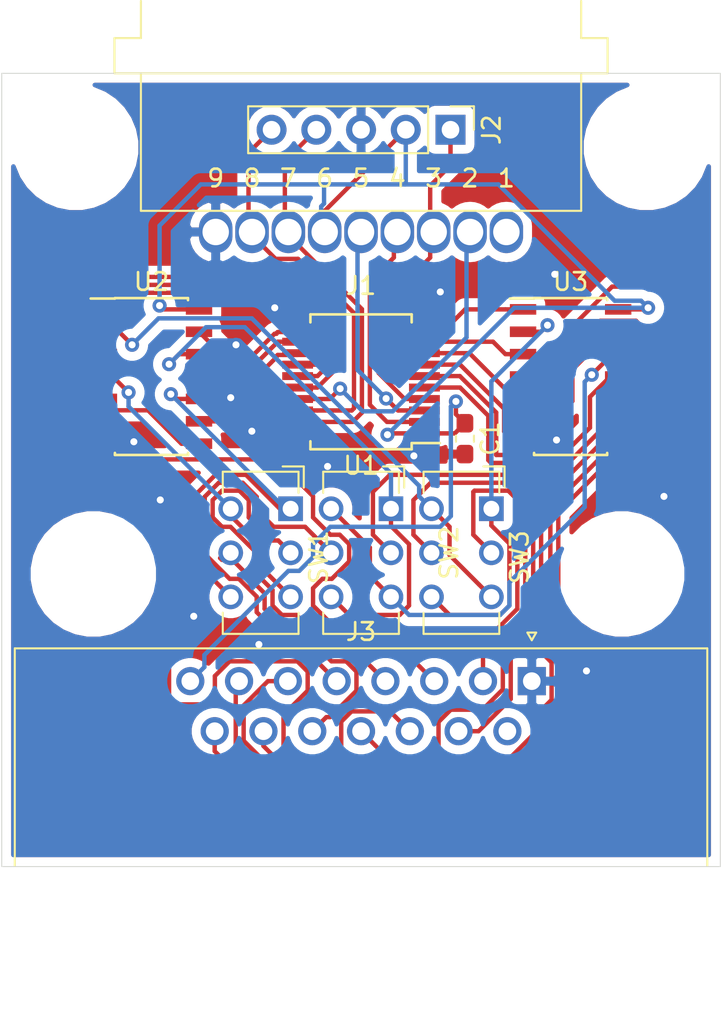
<source format=kicad_pcb>
(kicad_pcb (version 20171130) (host pcbnew "(5.1.0)-1")

  (general
    (thickness 1.6)
    (drawings 4)
    (tracks 485)
    (zones 0)
    (modules 14)
    (nets 41)
  )

  (page A4)
  (layers
    (0 F.Cu signal)
    (31 B.Cu signal)
    (32 B.Adhes user)
    (33 F.Adhes user)
    (34 B.Paste user)
    (35 F.Paste user)
    (36 B.SilkS user)
    (37 F.SilkS user)
    (38 B.Mask user)
    (39 F.Mask user)
    (40 Dwgs.User user)
    (41 Cmts.User user)
    (42 Eco1.User user)
    (43 Eco2.User user)
    (44 Edge.Cuts user)
    (45 Margin user)
    (46 B.CrtYd user)
    (47 F.CrtYd user)
    (48 B.Fab user)
    (49 F.Fab user)
  )

  (setup
    (last_trace_width 0.25)
    (trace_clearance 0.2)
    (zone_clearance 0.508)
    (zone_45_only no)
    (trace_min 0.2)
    (via_size 0.8)
    (via_drill 0.4)
    (via_min_size 0.4)
    (via_min_drill 0.3)
    (uvia_size 0.3)
    (uvia_drill 0.1)
    (uvias_allowed no)
    (uvia_min_size 0.2)
    (uvia_min_drill 0.1)
    (edge_width 0.05)
    (segment_width 0.2)
    (pcb_text_width 0.3)
    (pcb_text_size 1.5 1.5)
    (mod_edge_width 0.12)
    (mod_text_size 1 1)
    (mod_text_width 0.15)
    (pad_size 6.1 6.1)
    (pad_drill 6.1)
    (pad_to_mask_clearance 0.051)
    (solder_mask_min_width 0.25)
    (aux_axis_origin 0 0)
    (visible_elements 7FFFFFFF)
    (pcbplotparams
      (layerselection 0x010fc_ffffffff)
      (usegerberextensions false)
      (usegerberattributes false)
      (usegerberadvancedattributes false)
      (creategerberjobfile false)
      (excludeedgelayer true)
      (linewidth 0.100000)
      (plotframeref false)
      (viasonmask false)
      (mode 1)
      (useauxorigin false)
      (hpglpennumber 1)
      (hpglpenspeed 20)
      (hpglpendiameter 15.000000)
      (psnegative false)
      (psa4output false)
      (plotreference true)
      (plotvalue true)
      (plotinvisibletext false)
      (padsonsilk false)
      (subtractmaskfromsilk false)
      (outputformat 1)
      (mirror false)
      (drillshape 1)
      (scaleselection 1)
      (outputdirectory ""))
  )

  (net 0 "")
  (net 1 +5V)
  (net 2 GND)
  (net 3 "Net-(J1-Pad1)")
  (net 4 SAT2)
  (net 5 PRGM1)
  (net 6 SAT4)
  (net 7 SAT5)
  (net 8 PRGM4)
  (net 9 PRGM5)
  (net 10 B6)
  (net 11 COIN)
  (net 12 B4)
  (net 13 B2)
  (net 14 RIGHT)
  (net 15 DOWN)
  (net 16 "Net-(J3-Pad9)")
  (net 17 B5)
  (net 18 START)
  (net 19 B3)
  (net 20 B1)
  (net 21 LEFT)
  (net 22 UP)
  (net 23 X)
  (net 24 A)
  (net 25 Y)
  (net 26 B)
  (net 27 Z)
  (net 28 C)
  (net 29 LEFT_1)
  (net 30 RIGHT_1)
  (net 31 B2_1)
  (net 32 DOWN_1)
  (net 33 UP_1)
  (net 34 B6_1)
  (net 35 B5_1)
  (net 36 B4_1)
  (net 37 START_1)
  (net 38 B3_1)
  (net 39 B1_1)
  (net 40 COIN_1)

  (net_class Default "This is the default net class."
    (clearance 0.2)
    (trace_width 0.25)
    (via_dia 0.8)
    (via_drill 0.4)
    (uvia_dia 0.3)
    (uvia_drill 0.1)
    (add_net +5V)
    (add_net A)
    (add_net B)
    (add_net B1)
    (add_net B1_1)
    (add_net B2)
    (add_net B2_1)
    (add_net B3)
    (add_net B3_1)
    (add_net B4)
    (add_net B4_1)
    (add_net B5)
    (add_net B5_1)
    (add_net B6)
    (add_net B6_1)
    (add_net C)
    (add_net COIN)
    (add_net COIN_1)
    (add_net DOWN)
    (add_net DOWN_1)
    (add_net GND)
    (add_net LEFT)
    (add_net LEFT_1)
    (add_net "Net-(J1-Pad1)")
    (add_net "Net-(J3-Pad9)")
    (add_net PRGM1)
    (add_net PRGM4)
    (add_net PRGM5)
    (add_net RIGHT)
    (add_net RIGHT_1)
    (add_net SAT2)
    (add_net SAT4)
    (add_net SAT5)
    (add_net START)
    (add_net START_1)
    (add_net UP)
    (add_net UP_1)
    (add_net X)
    (add_net Y)
    (add_net Z)
  )

  (module MountingHole:MountingHole_3.2mm_M3 (layer F.Cu) (tedit 5D3681EC) (tstamp 5D367FF1)
    (at 238.2 68.1)
    (descr "Mounting Hole 3.2mm, no annular, M3")
    (tags "mounting hole 3.2mm no annular m3")
    (attr virtual)
    (fp_text reference " " (at 0 -4.2) (layer F.SilkS) hide
      (effects (font (size 1 1) (thickness 0.15)))
    )
    (fp_text value " " (at 0 4.2) (layer F.Fab) hide
      (effects (font (size 1 1) (thickness 0.15)))
    )
    (fp_text user %R (at 0.3 0) (layer F.Fab)
      (effects (font (size 1 1) (thickness 0.15)))
    )
    (fp_circle (center 0 0) (end 3.2 0) (layer Cmts.User) (width 0.15))
    (fp_circle (center 0 0) (end 3.4 0) (layer F.CrtYd) (width 0.05))
    (pad "" np_thru_hole circle (at 0 0) (size 6.1 6.1) (drill 6.1) (layers *.Cu *.Mask))
  )

  (module MountingHole:MountingHole_3.2mm_M3 (layer F.Cu) (tedit 5D3681F5) (tstamp 5D367FD3)
    (at 236.8 92.3)
    (descr "Mounting Hole 3.2mm, no annular, M3")
    (tags "mounting hole 3.2mm no annular m3")
    (attr virtual)
    (fp_text reference " " (at 0 -4.2) (layer F.SilkS) hide
      (effects (font (size 1 1) (thickness 0.15)))
    )
    (fp_text value " " (at 0 4.2) (layer F.Fab) hide
      (effects (font (size 1 1) (thickness 0.15)))
    )
    (fp_circle (center 0 0) (end 3.4 0) (layer F.CrtYd) (width 0.05))
    (fp_circle (center 0 0) (end 3.2 0) (layer Cmts.User) (width 0.15))
    (fp_text user %R (at 0.3 0) (layer F.Fab)
      (effects (font (size 1 1) (thickness 0.15)))
    )
    (pad "" np_thru_hole circle (at 0 0) (size 6.1 6.1) (drill 6.1) (layers *.Cu *.Mask))
  )

  (module MountingHole:MountingHole_3.2mm_M3 (layer F.Cu) (tedit 5D3681E3) (tstamp 5D367D6D)
    (at 205.8 68.1)
    (descr "Mounting Hole 3.2mm, no annular, M3")
    (tags "mounting hole 3.2mm no annular m3")
    (attr virtual)
    (fp_text reference " " (at 0 -4.2) (layer F.SilkS) hide
      (effects (font (size 1 1) (thickness 0.15)))
    )
    (fp_text value " " (at 0 4.2) (layer F.Fab) hide
      (effects (font (size 1 1) (thickness 0.15)))
    )
    (fp_circle (center 0 0) (end 3.4 0) (layer F.CrtYd) (width 0.05))
    (fp_circle (center 0 0) (end 3.2 0) (layer Cmts.User) (width 0.15))
    (fp_text user %R (at 0.3 0) (layer F.Fab)
      (effects (font (size 1 1) (thickness 0.15)))
    )
    (pad "" np_thru_hole circle (at 0 0) (size 6.1 6.1) (drill 6.1) (layers *.Cu *.Mask))
  )

  (module MountingHole:MountingHole_3.2mm_M3 (layer F.Cu) (tedit 5D3681FF) (tstamp 5D35F761)
    (at 206.8 92.3)
    (descr "Mounting Hole 3.2mm, no annular, M3")
    (tags "mounting hole 3.2mm no annular m3")
    (attr virtual)
    (fp_text reference " " (at 0 -4.2) (layer F.SilkS) hide
      (effects (font (size 1 1) (thickness 0.15)))
    )
    (fp_text value " " (at 0 4.2) (layer F.Fab) hide
      (effects (font (size 1 1) (thickness 0.15)))
    )
    (fp_text user %R (at 0.3 0) (layer F.Fab)
      (effects (font (size 1 1) (thickness 0.15)))
    )
    (fp_circle (center 0 0) (end 3.2 0) (layer Cmts.User) (width 0.15))
    (fp_circle (center 0 0) (end 3.4 0) (layer F.CrtYd) (width 0.05))
    (pad "" np_thru_hole circle (at 0 0) (size 6.1 6.1) (drill 6.1) (layers *.Cu *.Mask))
  )

  (module Connector_Dsub:DSUB-15_Female_Horizontal_P2.77x2.84mm_EdgePinOffset7.70mm_Housed_MountingHolesOffset9.12mm (layer F.Cu) (tedit 5D367742) (tstamp 5D33E366)
    (at 222 99.8)
    (descr "15-pin D-Sub connector, horizontal/angled (90 deg), THT-mount, female, pitch 2.77x2.84mm, pin-PCB-offset 7.699999999999999mm, distance of mounting holes 33.3mm, distance of mounting holes to PCB edge 9.12mm, see https://disti-assets.s3.amazonaws.com/tonar/files/datasheets/16730.pdf")
    (tags "15-pin D-Sub connector horizontal angled 90deg THT female pitch 2.77x2.84mm pin-PCB-offset 7.699999999999999mm mounting-holes-distance 33.3mm mounting-hole-offset 33.3mm")
    (path /5D2E804B)
    (fp_text reference J3 (at 0 -4.22) (layer F.SilkS)
      (effects (font (size 1 1) (thickness 0.15)))
    )
    (fp_text value DB15_Female (at 0 17.19) (layer F.Fab)
      (effects (font (size 1 1) (thickness 0.15)))
    )
    (fp_arc (start -16.65 0) (end -18.25 0) (angle 180) (layer F.Fab) (width 0.1))
    (fp_arc (start 16.65 0) (end 15.05 0) (angle 180) (layer F.Fab) (width 0.1))
    (fp_line (start -19.6 -3.22) (end -19.6 9.12) (layer F.Fab) (width 0.1))
    (fp_line (start -19.6 9.12) (end 19.6 9.12) (layer F.Fab) (width 0.1))
    (fp_line (start 19.6 9.12) (end 19.6 -3.22) (layer F.Fab) (width 0.1))
    (fp_line (start 19.6 -3.22) (end -19.6 -3.22) (layer F.Fab) (width 0.1))
    (fp_line (start -19.6 9.12) (end -19.6 9.52) (layer F.Fab) (width 0.1))
    (fp_line (start -19.6 9.52) (end 19.6 9.52) (layer F.Fab) (width 0.1))
    (fp_line (start 19.6 9.52) (end 19.6 9.12) (layer F.Fab) (width 0.1))
    (fp_line (start 19.6 9.12) (end -19.6 9.12) (layer F.Fab) (width 0.1))
    (fp_line (start -12.3 9.52) (end -12.3 15.69) (layer F.Fab) (width 0.1))
    (fp_line (start -12.3 15.69) (end 12.3 15.69) (layer F.Fab) (width 0.1))
    (fp_line (start 12.3 15.69) (end 12.3 9.52) (layer F.Fab) (width 0.1))
    (fp_line (start 12.3 9.52) (end -12.3 9.52) (layer F.Fab) (width 0.1))
    (fp_line (start -19.15 9.52) (end -19.15 14.52) (layer F.Fab) (width 0.1))
    (fp_line (start -19.15 14.52) (end -14.15 14.52) (layer F.Fab) (width 0.1))
    (fp_line (start -14.15 14.52) (end -14.15 9.52) (layer F.Fab) (width 0.1))
    (fp_line (start -14.15 9.52) (end -19.15 9.52) (layer F.Fab) (width 0.1))
    (fp_line (start 14.15 9.52) (end 14.15 14.52) (layer F.Fab) (width 0.1))
    (fp_line (start 14.15 14.52) (end 19.15 14.52) (layer F.Fab) (width 0.1))
    (fp_line (start 19.15 14.52) (end 19.15 9.52) (layer F.Fab) (width 0.1))
    (fp_line (start 19.15 9.52) (end 14.15 9.52) (layer F.Fab) (width 0.1))
    (fp_line (start -18.25 9.12) (end -18.25 0) (layer F.Fab) (width 0.1))
    (fp_line (start -15.05 9.12) (end -15.05 0) (layer F.Fab) (width 0.1))
    (fp_line (start 15.05 9.12) (end 15.05 0) (layer F.Fab) (width 0.1))
    (fp_line (start 18.25 9.12) (end 18.25 0) (layer F.Fab) (width 0.1))
    (fp_line (start -19.66 9.06) (end -19.66 -3.28) (layer F.SilkS) (width 0.12))
    (fp_line (start -19.66 -3.28) (end 19.66 -3.28) (layer F.SilkS) (width 0.12))
    (fp_line (start 19.66 -3.28) (end 19.66 9.06) (layer F.SilkS) (width 0.12))
    (fp_line (start 9.445 -4.174338) (end 9.945 -4.174338) (layer F.SilkS) (width 0.12))
    (fp_line (start 9.945 -4.174338) (end 9.695 -3.741325) (layer F.SilkS) (width 0.12))
    (fp_line (start 9.695 -3.741325) (end 9.445 -4.174338) (layer F.SilkS) (width 0.12))
    (fp_line (start -20.105 -3.77) (end -20.105 16.23) (layer F.CrtYd) (width 0.05))
    (fp_line (start -20.105 16.23) (end 20.145 16.23) (layer F.CrtYd) (width 0.05))
    (fp_line (start 20.145 16.23) (end 20.145 -3.77) (layer F.CrtYd) (width 0.05))
    (fp_line (start 20.145 -3.77) (end -20.105 -3.77) (layer F.CrtYd) (width 0.05))
    (fp_text user %R (at 0 12.605) (layer F.Fab)
      (effects (font (size 1 1) (thickness 0.15)))
    )
    (pad 1 thru_hole rect (at 9.695 -1.42) (size 1.6 1.6) (drill 1) (layers *.Cu *.Mask)
      (net 2 GND))
    (pad 2 thru_hole circle (at 6.925 -1.42) (size 1.6 1.6) (drill 1) (layers *.Cu *.Mask)
      (net 10 B6))
    (pad 3 thru_hole circle (at 4.155 -1.42) (size 1.6 1.6) (drill 1) (layers *.Cu *.Mask)
      (net 11 COIN))
    (pad 4 thru_hole circle (at 1.385 -1.42) (size 1.6 1.6) (drill 1) (layers *.Cu *.Mask)
      (net 12 B4))
    (pad 5 thru_hole circle (at -1.385 -1.42) (size 1.6 1.6) (drill 1) (layers *.Cu *.Mask)
      (net 13 B2))
    (pad 6 thru_hole circle (at -4.155 -1.42) (size 1.6 1.6) (drill 1) (layers *.Cu *.Mask)
      (net 14 RIGHT))
    (pad 7 thru_hole circle (at -6.925 -1.42) (size 1.6 1.6) (drill 1) (layers *.Cu *.Mask)
      (net 15 DOWN))
    (pad 8 thru_hole circle (at -9.695 -1.42) (size 1.6 1.6) (drill 1) (layers *.Cu *.Mask)
      (net 1 +5V))
    (pad 9 thru_hole circle (at 8.31 1.42) (size 1.6 1.6) (drill 1) (layers *.Cu *.Mask)
      (net 16 "Net-(J3-Pad9)"))
    (pad 10 thru_hole circle (at 5.54 1.42) (size 1.6 1.6) (drill 1) (layers *.Cu *.Mask)
      (net 17 B5))
    (pad 11 thru_hole circle (at 2.77 1.42) (size 1.6 1.6) (drill 1) (layers *.Cu *.Mask)
      (net 18 START))
    (pad 12 thru_hole circle (at 0 1.42) (size 1.6 1.6) (drill 1) (layers *.Cu *.Mask)
      (net 19 B3))
    (pad 13 thru_hole circle (at -2.77 1.42) (size 1.6 1.6) (drill 1) (layers *.Cu *.Mask)
      (net 20 B1))
    (pad 14 thru_hole circle (at -5.54 1.42) (size 1.6 1.6) (drill 1) (layers *.Cu *.Mask)
      (net 21 LEFT))
    (pad 15 thru_hole circle (at -8.31 1.42) (size 1.6 1.6) (drill 1) (layers *.Cu *.Mask)
      (net 22 UP))
  )

  (module Connector_PinHeader_2.54mm:PinHeader_1x05_P2.54mm_Vertical (layer F.Cu) (tedit 5D35F7A4) (tstamp 5D33E32C)
    (at 222 67.1 270)
    (descr "Through hole straight pin header, 1x05, 2.54mm pitch, single row")
    (tags "Through hole pin header THT 1x05 2.54mm single row")
    (path /5D2F44A1)
    (fp_text reference J2 (at 0 -7.41 270) (layer F.SilkS)
      (effects (font (size 1 1) (thickness 0.15)))
    )
    (fp_text value Conn_01x05 (at 0 7.41 270) (layer F.Fab)
      (effects (font (size 1 1) (thickness 0.15)))
    )
    (fp_line (start -0.635 -6.35) (end 1.27 -6.35) (layer F.Fab) (width 0.1))
    (fp_line (start 1.27 -6.35) (end 1.27 6.35) (layer F.Fab) (width 0.1))
    (fp_line (start 1.27 6.35) (end -1.27 6.35) (layer F.Fab) (width 0.1))
    (fp_line (start -1.27 6.35) (end -1.27 -5.715) (layer F.Fab) (width 0.1))
    (fp_line (start -1.27 -5.715) (end -0.635 -6.35) (layer F.Fab) (width 0.1))
    (fp_line (start -1.33 6.41) (end 1.33 6.41) (layer F.SilkS) (width 0.12))
    (fp_line (start -1.33 -3.81) (end -1.33 6.41) (layer F.SilkS) (width 0.12))
    (fp_line (start 1.33 -3.81) (end 1.33 6.41) (layer F.SilkS) (width 0.12))
    (fp_line (start -1.33 -3.81) (end 1.33 -3.81) (layer F.SilkS) (width 0.12))
    (fp_line (start -1.33 -5.08) (end -1.33 -6.41) (layer F.SilkS) (width 0.12))
    (fp_line (start -1.33 -6.41) (end 0 -6.41) (layer F.SilkS) (width 0.12))
    (fp_line (start -1.8 -6.88) (end -1.8 6.87) (layer F.CrtYd) (width 0.05))
    (fp_line (start -1.8 6.87) (end 1.8 6.87) (layer F.CrtYd) (width 0.05))
    (fp_line (start 1.8 6.87) (end 1.8 -6.88) (layer F.CrtYd) (width 0.05))
    (fp_line (start 1.8 -6.88) (end -1.8 -6.88) (layer F.CrtYd) (width 0.05))
    (fp_text user %R (at 0 0) (layer F.Fab)
      (effects (font (size 1 1) (thickness 0.15)))
    )
    (pad 1 thru_hole rect (at 0 -5.08 270) (size 1.7 1.7) (drill 1) (layers *.Cu *.Mask)
      (net 5 PRGM1))
    (pad 2 thru_hole oval (at 0 -2.54 270) (size 1.7 1.7) (drill 1) (layers *.Cu *.Mask)
      (net 1 +5V))
    (pad 3 thru_hole oval (at 0 0 270) (size 1.7 1.7) (drill 1) (layers *.Cu *.Mask)
      (net 2 GND))
    (pad 4 thru_hole oval (at 0 2.54 270) (size 1.7 1.7) (drill 1) (layers *.Cu *.Mask)
      (net 8 PRGM4))
    (pad 5 thru_hole oval (at 0 5.08 270) (size 1.7 1.7) (drill 1) (layers *.Cu *.Mask)
      (net 9 PRGM5))
  )

  (module Button_Switch_THT:SW_CuK_JS202011CQN_DPDT_Straight (layer F.Cu) (tedit 5D33919E) (tstamp 5D33E3BA)
    (at 227.7 91.1 270)
    (descr "CuK sub miniature slide switch, JS series, DPDT, right angle, http://www.ckswitches.com/media/1422/js.pdf")
    (tags "switch DPDT")
    (path /5D33838C)
    (fp_text reference SW3 (at 0.25 -3.3 270) (layer F.SilkS)
      (effects (font (size 1 1) (thickness 0.15)))
    )
    (fp_text value SW_DPDT_x2 (at 0.5 3.4 270) (layer F.Fab)
      (effects (font (size 1 1) (thickness 0.15)))
    )
    (fp_line (start -3.5 -2.05) (end 4.5 -2.05) (layer F.Fab) (width 0.1))
    (fp_line (start 4.5 -2.05) (end 4.5 2.05) (layer F.Fab) (width 0.1))
    (fp_line (start 4.5 2.05) (end -4.5 2.05) (layer F.Fab) (width 0.1))
    (fp_line (start -4.5 2.05) (end -4.5 -1.05) (layer F.Fab) (width 0.1))
    (fp_text user %R (at -0.5 -0.05 270) (layer F.Fab)
      (effects (font (size 1 1) (thickness 0.15)))
    )
    (fp_line (start -3.4 -2.15) (end -4.6 -2.15) (layer F.SilkS) (width 0.12))
    (fp_line (start -4.6 -2.15) (end -4.6 2.15) (layer F.SilkS) (width 0.12))
    (fp_line (start -4.6 2.15) (end -3.4 2.15) (layer F.SilkS) (width 0.12))
    (fp_line (start 3.4 -2.15) (end 4.6 -2.15) (layer F.SilkS) (width 0.12))
    (fp_line (start 4.6 -2.15) (end 4.6 2.15) (layer F.SilkS) (width 0.12))
    (fp_line (start 4.6 2.15) (end 3.4 2.15) (layer F.SilkS) (width 0.12))
    (fp_line (start -3.7 -2.45) (end -4.9 -2.45) (layer F.SilkS) (width 0.12))
    (fp_line (start -4.9 -2.45) (end -4.9 -1.25) (layer F.SilkS) (width 0.12))
    (fp_line (start -4.75 -2.65) (end 4.75 -2.65) (layer F.CrtYd) (width 0.05))
    (fp_line (start 4.75 -2.65) (end 4.75 2.65) (layer F.CrtYd) (width 0.05))
    (fp_line (start 4.75 2.65) (end -4.75 2.65) (layer F.CrtYd) (width 0.05))
    (fp_line (start -4.75 2.65) (end -4.75 -2.65) (layer F.CrtYd) (width 0.05))
    (fp_line (start -3.5 -2.05) (end -4.5 -1.05) (layer F.Fab) (width 0.1))
    (pad 6 thru_hole circle (at 2.5 1.7 270) (size 1.4 1.4) (drill 0.9) (layers *.Cu *.Mask)
      (net 27 Z))
    (pad 5 thru_hole circle (at 0 1.7 270) (size 1.4 1.4) (drill 0.9) (layers *.Cu *.Mask)
      (net 19 B3))
    (pad 4 thru_hole circle (at -2.5 1.7 270) (size 1.4 1.4) (drill 0.9) (layers *.Cu *.Mask)
      (net 28 C))
    (pad 3 thru_hole circle (at 2.5 -1.7 270) (size 1.4 1.4) (drill 0.9) (layers *.Cu *.Mask)
      (net 28 C))
    (pad 2 thru_hole circle (at 0 -1.7 270) (size 1.4 1.4) (drill 0.9) (layers *.Cu *.Mask)
      (net 10 B6))
    (pad 1 thru_hole rect (at -2.5 -1.7 270) (size 1.4 1.4) (drill 0.9) (layers *.Cu *.Mask)
      (net 27 Z))
    (model ${KISYS3DMOD}/Button_Switch_THT.3dshapes/SW_CuK_JS202011CQN_DPDT_Straight.wrl
      (offset (xyz -2.5 1.7 0))
      (scale (xyz 1 1 1))
      (rotate (xyz 0 0 0))
    )
  )

  (module Button_Switch_THT:SW_CuK_JS202011CQN_DPDT_Straight (layer F.Cu) (tedit 5D339161) (tstamp 5D33E39E)
    (at 222 91.1 270)
    (descr "CuK sub miniature slide switch, JS series, DPDT, right angle, http://www.ckswitches.com/media/1422/js.pdf")
    (tags "switch DPDT")
    (path /5D3397C4)
    (fp_text reference SW2 (at 0 -5 270) (layer F.SilkS)
      (effects (font (size 1 1) (thickness 0.15)))
    )
    (fp_text value SW_DPDT_x2 (at -2 1.6 270) (layer F.Fab)
      (effects (font (size 1 1) (thickness 0.15)))
    )
    (fp_line (start -3.5 -2.05) (end 4.5 -2.05) (layer F.Fab) (width 0.1))
    (fp_line (start 4.5 -2.05) (end 4.5 2.05) (layer F.Fab) (width 0.1))
    (fp_line (start 4.5 2.05) (end -4.5 2.05) (layer F.Fab) (width 0.1))
    (fp_line (start -4.5 2.05) (end -4.5 -1.05) (layer F.Fab) (width 0.1))
    (fp_text user %R (at -3 -1.75 270) (layer F.Fab)
      (effects (font (size 1 1) (thickness 0.15)))
    )
    (fp_line (start -3.4 -2.15) (end -4.6 -2.15) (layer F.SilkS) (width 0.12))
    (fp_line (start -4.6 -2.15) (end -4.6 2.15) (layer F.SilkS) (width 0.12))
    (fp_line (start -4.6 2.15) (end -3.4 2.15) (layer F.SilkS) (width 0.12))
    (fp_line (start 3.4 -2.15) (end 4.6 -2.15) (layer F.SilkS) (width 0.12))
    (fp_line (start 4.6 -2.15) (end 4.6 2.15) (layer F.SilkS) (width 0.12))
    (fp_line (start 4.6 2.15) (end 3.4 2.15) (layer F.SilkS) (width 0.12))
    (fp_line (start -3.7 -2.45) (end -4.9 -2.45) (layer F.SilkS) (width 0.12))
    (fp_line (start -4.9 -2.45) (end -4.9 -1.25) (layer F.SilkS) (width 0.12))
    (fp_line (start -4.75 -2.65) (end 4.75 -2.65) (layer F.CrtYd) (width 0.05))
    (fp_line (start 4.75 -2.65) (end 4.75 2.65) (layer F.CrtYd) (width 0.05))
    (fp_line (start 4.75 2.65) (end -4.75 2.65) (layer F.CrtYd) (width 0.05))
    (fp_line (start -4.75 2.65) (end -4.75 -2.65) (layer F.CrtYd) (width 0.05))
    (fp_line (start -3.5 -2.05) (end -4.5 -1.05) (layer F.Fab) (width 0.1))
    (pad 6 thru_hole circle (at 2.5 1.7 270) (size 1.4 1.4) (drill 0.9) (layers *.Cu *.Mask)
      (net 25 Y))
    (pad 5 thru_hole circle (at 0 1.7 270) (size 1.4 1.4) (drill 0.9) (layers *.Cu *.Mask)
      (net 13 B2))
    (pad 4 thru_hole circle (at -2.5 1.7 270) (size 1.4 1.4) (drill 0.9) (layers *.Cu *.Mask)
      (net 26 B))
    (pad 3 thru_hole circle (at 2.5 -1.7 270) (size 1.4 1.4) (drill 0.9) (layers *.Cu *.Mask)
      (net 26 B))
    (pad 2 thru_hole circle (at 0 -1.7 270) (size 1.4 1.4) (drill 0.9) (layers *.Cu *.Mask)
      (net 17 B5))
    (pad 1 thru_hole rect (at -2.5 -1.7 270) (size 1.4 1.4) (drill 0.9) (layers *.Cu *.Mask)
      (net 25 Y))
    (model ${KISYS3DMOD}/Button_Switch_THT.3dshapes/SW_CuK_JS202011CQN_DPDT_Straight.wrl
      (offset (xyz -2.5 1.8 0))
      (scale (xyz 1 1 1))
      (rotate (xyz 0 0 0))
    )
  )

  (module Button_Switch_THT:SW_CuK_JS202011CQN_DPDT_Straight (layer F.Cu) (tedit 5D33913B) (tstamp 5D33E382)
    (at 216.3 91.1 270)
    (descr "CuK sub miniature slide switch, JS series, DPDT, right angle, http://www.ckswitches.com/media/1422/js.pdf")
    (tags "switch DPDT")
    (path /5D33E2EA)
    (fp_text reference SW1 (at 0.25 -3.3 270) (layer F.SilkS)
      (effects (font (size 1 1) (thickness 0.15)))
    )
    (fp_text value SW_DPDT_x2 (at 0.5 3.4 270) (layer F.Fab)
      (effects (font (size 1 1) (thickness 0.15)))
    )
    (fp_line (start -3.5 -2.05) (end 4.5 -2.05) (layer F.Fab) (width 0.1))
    (fp_line (start 4.5 -2.05) (end 4.5 2.05) (layer F.Fab) (width 0.1))
    (fp_line (start 4.5 2.05) (end -4.5 2.05) (layer F.Fab) (width 0.1))
    (fp_line (start -4.5 2.05) (end -4.5 -1.05) (layer F.Fab) (width 0.1))
    (fp_text user %R (at -0.5 -0.05 270) (layer F.Fab)
      (effects (font (size 1 1) (thickness 0.15)))
    )
    (fp_line (start -3.4 -2.15) (end -4.6 -2.15) (layer F.SilkS) (width 0.12))
    (fp_line (start -4.6 -2.15) (end -4.6 2.15) (layer F.SilkS) (width 0.12))
    (fp_line (start -4.6 2.15) (end -3.4 2.15) (layer F.SilkS) (width 0.12))
    (fp_line (start 3.4 -2.15) (end 4.6 -2.15) (layer F.SilkS) (width 0.12))
    (fp_line (start 4.6 -2.15) (end 4.6 2.15) (layer F.SilkS) (width 0.12))
    (fp_line (start 4.6 2.15) (end 3.4 2.15) (layer F.SilkS) (width 0.12))
    (fp_line (start -3.7 -2.45) (end -4.9 -2.45) (layer F.SilkS) (width 0.12))
    (fp_line (start -4.9 -2.45) (end -4.9 -1.25) (layer F.SilkS) (width 0.12))
    (fp_line (start -4.75 -2.65) (end 4.75 -2.65) (layer F.CrtYd) (width 0.05))
    (fp_line (start 4.75 -2.65) (end 4.75 2.65) (layer F.CrtYd) (width 0.05))
    (fp_line (start 4.75 2.65) (end -4.75 2.65) (layer F.CrtYd) (width 0.05))
    (fp_line (start -4.75 2.65) (end -4.75 -2.65) (layer F.CrtYd) (width 0.05))
    (fp_line (start -3.5 -2.05) (end -4.5 -1.05) (layer F.Fab) (width 0.1))
    (pad 6 thru_hole circle (at 2.5 1.7 270) (size 1.4 1.4) (drill 0.9) (layers *.Cu *.Mask)
      (net 23 X))
    (pad 5 thru_hole circle (at 0 1.7 270) (size 1.4 1.4) (drill 0.9) (layers *.Cu *.Mask)
      (net 20 B1))
    (pad 4 thru_hole circle (at -2.5 1.7 270) (size 1.4 1.4) (drill 0.9) (layers *.Cu *.Mask)
      (net 24 A))
    (pad 3 thru_hole circle (at 2.5 -1.7 270) (size 1.4 1.4) (drill 0.9) (layers *.Cu *.Mask)
      (net 24 A))
    (pad 2 thru_hole circle (at 0 -1.7 270) (size 1.4 1.4) (drill 0.9) (layers *.Cu *.Mask)
      (net 12 B4))
    (pad 1 thru_hole rect (at -2.5 -1.7 270) (size 1.4 1.4) (drill 0.9) (layers *.Cu *.Mask)
      (net 23 X))
    (model ${KISYS3DMOD}/Button_Switch_THT.3dshapes/SW_CuK_JS202011CQN_DPDT_Straight.wrl
      (offset (xyz -2.5 1.7 0))
      (scale (xyz 1 1 1))
      (rotate (xyz 0 0 0))
    )
  )

  (module Capacitor_SMD:C_0603_1608Metric_Pad1.05x0.95mm_HandSolder (layer F.Cu) (tedit 5B301BBE) (tstamp 5D33E2F3)
    (at 227.9 84.625 270)
    (descr "Capacitor SMD 0603 (1608 Metric), square (rectangular) end terminal, IPC_7351 nominal with elongated pad for handsoldering. (Body size source: http://www.tortai-tech.com/upload/download/2011102023233369053.pdf), generated with kicad-footprint-generator")
    (tags "capacitor handsolder")
    (path /5D2F40D1)
    (attr smd)
    (fp_text reference C1 (at 0 -1.43 270) (layer F.SilkS)
      (effects (font (size 1 1) (thickness 0.15)))
    )
    (fp_text value C (at 0 1.43 270) (layer F.Fab)
      (effects (font (size 1 1) (thickness 0.15)))
    )
    (fp_line (start -0.8 0.4) (end -0.8 -0.4) (layer F.Fab) (width 0.1))
    (fp_line (start -0.8 -0.4) (end 0.8 -0.4) (layer F.Fab) (width 0.1))
    (fp_line (start 0.8 -0.4) (end 0.8 0.4) (layer F.Fab) (width 0.1))
    (fp_line (start 0.8 0.4) (end -0.8 0.4) (layer F.Fab) (width 0.1))
    (fp_line (start -0.171267 -0.51) (end 0.171267 -0.51) (layer F.SilkS) (width 0.12))
    (fp_line (start -0.171267 0.51) (end 0.171267 0.51) (layer F.SilkS) (width 0.12))
    (fp_line (start -1.65 0.73) (end -1.65 -0.73) (layer F.CrtYd) (width 0.05))
    (fp_line (start -1.65 -0.73) (end 1.65 -0.73) (layer F.CrtYd) (width 0.05))
    (fp_line (start 1.65 -0.73) (end 1.65 0.73) (layer F.CrtYd) (width 0.05))
    (fp_line (start 1.65 0.73) (end -1.65 0.73) (layer F.CrtYd) (width 0.05))
    (fp_text user %R (at 0 0 270) (layer F.Fab)
      (effects (font (size 0.4 0.4) (thickness 0.06)))
    )
    (pad 1 smd roundrect (at -0.875 0 270) (size 1.05 0.95) (layers F.Cu F.Paste F.Mask) (roundrect_rratio 0.25)
      (net 1 +5V))
    (pad 2 smd roundrect (at 0.875 0 270) (size 1.05 0.95) (layers F.Cu F.Paste F.Mask) (roundrect_rratio 0.25)
      (net 2 GND))
    (model ${KISYS3DMOD}/Capacitor_SMD.3dshapes/C_0603_1608Metric.wrl
      (at (xyz 0 0 0))
      (scale (xyz 1 1 1))
      (rotate (xyz 0 0 0))
    )
  )

  (module Tinkerplunk:SATURN_CONTROLLER_RA (layer F.Cu) (tedit 5D33312A) (tstamp 5D33E313)
    (at 222 72.9)
    (path /5D2E7A8C)
    (fp_text reference J1 (at 0 3.048) (layer F.SilkS)
      (effects (font (size 1 1) (thickness 0.15)))
    )
    (fp_text value Conn_01x09 (at 0 -6.096) (layer F.Fab)
      (effects (font (size 1 1) (thickness 0.15)))
    )
    (fp_text user 1 (at 8.2525 -3.048) (layer F.SilkS)
      (effects (font (size 1 1) (thickness 0.15)))
    )
    (fp_text user 2 (at 6.189375 -3.048) (layer F.SilkS)
      (effects (font (size 1 1) (thickness 0.15)))
    )
    (fp_text user 3 (at 4.12625 -3.048) (layer F.SilkS)
      (effects (font (size 1 1) (thickness 0.15)))
    )
    (fp_text user 4 (at 2.063125 -3.048) (layer F.SilkS)
      (effects (font (size 1 1) (thickness 0.15)))
    )
    (fp_text user 5 (at 0 -3.048) (layer F.SilkS)
      (effects (font (size 1 1) (thickness 0.15)))
    )
    (fp_text user 6 (at -2.063125 -3.048) (layer F.SilkS)
      (effects (font (size 1 1) (thickness 0.15)))
    )
    (fp_text user 7 (at -4.12625 -3.048) (layer F.SilkS)
      (effects (font (size 1 1) (thickness 0.15)))
    )
    (fp_text user 8 (at -6.189375 -3.048) (layer F.SilkS)
      (effects (font (size 1 1) (thickness 0.15)))
    )
    (fp_text user 9 (at -8.2525 -3.048) (layer F.SilkS)
      (effects (font (size 1 1) (thickness 0.15)))
    )
    (fp_line (start -12.49934 -1.2) (end 12.49934 -1.2) (layer F.SilkS) (width 0.12))
    (fp_line (start -12.49934 -1.2) (end -12.49934 -9.00049) (layer F.SilkS) (width 0.12))
    (fp_line (start 12.49934 -1.2) (end 12.49934 -9.0049) (layer F.SilkS) (width 0.12))
    (fp_line (start -14.00048 -9.00049) (end 14.00048 -9.00049) (layer F.SilkS) (width 0.12))
    (fp_line (start 14.00048 -9.00049) (end 14.00048 -10.99997) (layer F.SilkS) (width 0.12))
    (fp_line (start 14.00048 -10.99997) (end 12.49934 -10.99997) (layer F.SilkS) (width 0.12))
    (fp_line (start 12.49934 -10.99997) (end 12.49934 -13.10055) (layer F.SilkS) (width 0.12))
    (fp_line (start -14.00048 -9.00049) (end -14.00048 -10.99997) (layer F.SilkS) (width 0.12))
    (fp_line (start -14.00048 -10.99997) (end -12.49934 -10.99997) (layer F.SilkS) (width 0.12))
    (fp_line (start -12.49934 -10.99997) (end -12.49934 -13.10055) (layer F.SilkS) (width 0.12))
    (pad 1 thru_hole oval (at 8.2525 0) (size 1.9 2.4) (drill 1.5) (layers *.Cu *.Mask)
      (net 3 "Net-(J1-Pad1)"))
    (pad 2 thru_hole oval (at 6.189375 0) (size 1.9 2.4) (drill 1.5) (layers *.Cu *.Mask)
      (net 4 SAT2))
    (pad 3 thru_hole oval (at 4.12625 0) (size 1.9 2.4) (drill 1.5) (layers *.Cu *.Mask)
      (net 5 PRGM1))
    (pad 4 thru_hole oval (at 2.063125 0) (size 1.9 2.4) (drill 1.5) (layers *.Cu *.Mask)
      (net 6 SAT4))
    (pad 5 thru_hole oval (at 0 0) (size 1.9 2.4) (drill 1.5) (layers *.Cu *.Mask)
      (net 7 SAT5))
    (pad 6 thru_hole oval (at -2.063125 0) (size 1.9 2.4) (drill 1.5) (layers *.Cu *.Mask)
      (net 1 +5V))
    (pad 7 thru_hole oval (at -4.12625 0) (size 1.9 2.4) (drill 1.5) (layers *.Cu *.Mask)
      (net 8 PRGM4))
    (pad 8 thru_hole oval (at -6.189375 0) (size 1.9 2.4) (drill 1.5) (layers *.Cu *.Mask)
      (net 9 PRGM5))
    (pad 9 thru_hole oval (at -8.2525 0) (size 1.9 2.4) (drill 1.5) (layers *.Cu *.Mask)
      (net 2 GND))
  )

  (module Package_SO:SSOP-20_5.3x7.2mm_P0.65mm (layer F.Cu) (tedit 5A02F25C) (tstamp 5D33E3E3)
    (at 222 81.4 180)
    (descr "20-Lead Plastic Shrink Small Outline (SS)-5.30 mm Body [SSOP] (see Microchip Packaging Specification 00000049BS.pdf)")
    (tags "SSOP 0.65")
    (path /5D2F1240)
    (attr smd)
    (fp_text reference U1 (at 0 -4.75 180) (layer F.SilkS)
      (effects (font (size 1 1) (thickness 0.15)))
    )
    (fp_text value PIC16F690-IP (at 0 4.75 180) (layer F.Fab)
      (effects (font (size 1 1) (thickness 0.15)))
    )
    (fp_line (start -1.65 -3.6) (end 2.65 -3.6) (layer F.Fab) (width 0.15))
    (fp_line (start 2.65 -3.6) (end 2.65 3.6) (layer F.Fab) (width 0.15))
    (fp_line (start 2.65 3.6) (end -2.65 3.6) (layer F.Fab) (width 0.15))
    (fp_line (start -2.65 3.6) (end -2.65 -2.6) (layer F.Fab) (width 0.15))
    (fp_line (start -2.65 -2.6) (end -1.65 -3.6) (layer F.Fab) (width 0.15))
    (fp_line (start -4.75 -4) (end -4.75 4) (layer F.CrtYd) (width 0.05))
    (fp_line (start 4.75 -4) (end 4.75 4) (layer F.CrtYd) (width 0.05))
    (fp_line (start -4.75 -4) (end 4.75 -4) (layer F.CrtYd) (width 0.05))
    (fp_line (start -4.75 4) (end 4.75 4) (layer F.CrtYd) (width 0.05))
    (fp_line (start -2.875 -3.825) (end -2.875 -3.475) (layer F.SilkS) (width 0.15))
    (fp_line (start 2.875 -3.825) (end 2.875 -3.375) (layer F.SilkS) (width 0.15))
    (fp_line (start 2.875 3.825) (end 2.875 3.375) (layer F.SilkS) (width 0.15))
    (fp_line (start -2.875 3.825) (end -2.875 3.375) (layer F.SilkS) (width 0.15))
    (fp_line (start -2.875 -3.825) (end 2.875 -3.825) (layer F.SilkS) (width 0.15))
    (fp_line (start -2.875 3.825) (end 2.875 3.825) (layer F.SilkS) (width 0.15))
    (fp_line (start -2.875 -3.475) (end -4.475 -3.475) (layer F.SilkS) (width 0.15))
    (fp_text user %R (at 0 0 180) (layer F.Fab)
      (effects (font (size 0.8 0.8) (thickness 0.15)))
    )
    (pad 1 smd rect (at -3.6 -2.925 180) (size 1.75 0.45) (layers F.Cu F.Paste F.Mask)
      (net 1 +5V))
    (pad 2 smd rect (at -3.6 -2.275 180) (size 1.75 0.45) (layers F.Cu F.Paste F.Mask)
      (net 6 SAT4))
    (pad 3 smd rect (at -3.6 -1.625 180) (size 1.75 0.45) (layers F.Cu F.Paste F.Mask)
      (net 7 SAT5))
    (pad 4 smd rect (at -3.6 -0.975 180) (size 1.75 0.45) (layers F.Cu F.Paste F.Mask)
      (net 5 PRGM1))
    (pad 5 smd rect (at -3.6 -0.325 180) (size 1.75 0.45) (layers F.Cu F.Paste F.Mask)
      (net 29 LEFT_1))
    (pad 6 smd rect (at -3.6 0.325 180) (size 1.75 0.45) (layers F.Cu F.Paste F.Mask)
      (net 30 RIGHT_1))
    (pad 7 smd rect (at -3.6 0.975 180) (size 1.75 0.45) (layers F.Cu F.Paste F.Mask)
      (net 31 B2_1))
    (pad 8 smd rect (at -3.6 1.625 180) (size 1.75 0.45) (layers F.Cu F.Paste F.Mask)
      (net 32 DOWN_1))
    (pad 9 smd rect (at -3.6 2.275 180) (size 1.75 0.45) (layers F.Cu F.Paste F.Mask)
      (net 33 UP_1))
    (pad 10 smd rect (at -3.6 2.925 180) (size 1.75 0.45) (layers F.Cu F.Paste F.Mask)
      (net 34 B6_1))
    (pad 11 smd rect (at 3.6 2.925 180) (size 1.75 0.45) (layers F.Cu F.Paste F.Mask)
      (net 35 B5_1))
    (pad 12 smd rect (at 3.6 2.275 180) (size 1.75 0.45) (layers F.Cu F.Paste F.Mask)
      (net 36 B4_1))
    (pad 13 smd rect (at 3.6 1.625 180) (size 1.75 0.45) (layers F.Cu F.Paste F.Mask)
      (net 37 START_1))
    (pad 14 smd rect (at 3.6 0.975 180) (size 1.75 0.45) (layers F.Cu F.Paste F.Mask)
      (net 38 B3_1))
    (pad 15 smd rect (at 3.6 0.325 180) (size 1.75 0.45) (layers F.Cu F.Paste F.Mask)
      (net 39 B1_1))
    (pad 16 smd rect (at 3.6 -0.325 180) (size 1.75 0.45) (layers F.Cu F.Paste F.Mask)
      (net 40 COIN_1))
    (pad 17 smd rect (at 3.6 -0.975 180) (size 1.75 0.45) (layers F.Cu F.Paste F.Mask)
      (net 4 SAT2))
    (pad 18 smd rect (at 3.6 -1.625 180) (size 1.75 0.45) (layers F.Cu F.Paste F.Mask)
      (net 9 PRGM5))
    (pad 19 smd rect (at 3.6 -2.275 180) (size 1.75 0.45) (layers F.Cu F.Paste F.Mask)
      (net 8 PRGM4))
    (pad 20 smd rect (at 3.6 -2.925 180) (size 1.75 0.45) (layers F.Cu F.Paste F.Mask)
      (net 2 GND))
    (model ${KISYS3DMOD}/Package_SO.3dshapes/SSOP-20_5.3x7.2mm_P0.65mm.wrl
      (at (xyz 0 0 0))
      (scale (xyz 1 1 1))
      (rotate (xyz 0 0 0))
    )
  )

  (module Package_SO:SOIC-14_3.9x8.7mm_P1.27mm (layer F.Cu) (tedit 5A02F2D3) (tstamp 5D33E406)
    (at 210.1 81.1)
    (descr "14-Lead Plastic Small Outline (SL) - Narrow, 3.90 mm Body [SOIC] (see Microchip Packaging Specification 00000049BS.pdf)")
    (tags "SOIC 1.27")
    (path /5D2EC8DF)
    (attr smd)
    (fp_text reference U2 (at 0 -5.375) (layer F.SilkS)
      (effects (font (size 1 1) (thickness 0.15)))
    )
    (fp_text value SN74LS07D (at 0 5.375) (layer F.Fab)
      (effects (font (size 1 1) (thickness 0.15)))
    )
    (fp_text user %R (at 0 0) (layer F.Fab)
      (effects (font (size 0.9 0.9) (thickness 0.135)))
    )
    (fp_line (start -0.95 -4.35) (end 1.95 -4.35) (layer F.Fab) (width 0.15))
    (fp_line (start 1.95 -4.35) (end 1.95 4.35) (layer F.Fab) (width 0.15))
    (fp_line (start 1.95 4.35) (end -1.95 4.35) (layer F.Fab) (width 0.15))
    (fp_line (start -1.95 4.35) (end -1.95 -3.35) (layer F.Fab) (width 0.15))
    (fp_line (start -1.95 -3.35) (end -0.95 -4.35) (layer F.Fab) (width 0.15))
    (fp_line (start -3.7 -4.65) (end -3.7 4.65) (layer F.CrtYd) (width 0.05))
    (fp_line (start 3.7 -4.65) (end 3.7 4.65) (layer F.CrtYd) (width 0.05))
    (fp_line (start -3.7 -4.65) (end 3.7 -4.65) (layer F.CrtYd) (width 0.05))
    (fp_line (start -3.7 4.65) (end 3.7 4.65) (layer F.CrtYd) (width 0.05))
    (fp_line (start -2.075 -4.45) (end -2.075 -4.425) (layer F.SilkS) (width 0.15))
    (fp_line (start 2.075 -4.45) (end 2.075 -4.335) (layer F.SilkS) (width 0.15))
    (fp_line (start 2.075 4.45) (end 2.075 4.335) (layer F.SilkS) (width 0.15))
    (fp_line (start -2.075 4.45) (end -2.075 4.335) (layer F.SilkS) (width 0.15))
    (fp_line (start -2.075 -4.45) (end 2.075 -4.45) (layer F.SilkS) (width 0.15))
    (fp_line (start -2.075 4.45) (end 2.075 4.45) (layer F.SilkS) (width 0.15))
    (fp_line (start -2.075 -4.425) (end -3.45 -4.425) (layer F.SilkS) (width 0.15))
    (pad 1 smd rect (at -2.7 -3.81) (size 1.5 0.6) (layers F.Cu F.Paste F.Mask)
      (net 38 B3_1))
    (pad 2 smd rect (at -2.7 -2.54) (size 1.5 0.6) (layers F.Cu F.Paste F.Mask)
      (net 28 C))
    (pad 3 smd rect (at -2.7 -1.27) (size 1.5 0.6) (layers F.Cu F.Paste F.Mask)
      (net 39 B1_1))
    (pad 4 smd rect (at -2.7 0) (size 1.5 0.6) (layers F.Cu F.Paste F.Mask)
      (net 24 A))
    (pad 5 smd rect (at -2.7 1.27) (size 1.5 0.6) (layers F.Cu F.Paste F.Mask)
      (net 40 COIN_1))
    (pad 6 smd rect (at -2.7 2.54) (size 1.5 0.6) (layers F.Cu F.Paste F.Mask)
      (net 11 COIN))
    (pad 7 smd rect (at -2.7 3.81) (size 1.5 0.6) (layers F.Cu F.Paste F.Mask)
      (net 2 GND))
    (pad 8 smd rect (at 2.7 3.81) (size 1.5 0.6) (layers F.Cu F.Paste F.Mask)
      (net 18 START))
    (pad 9 smd rect (at 2.7 2.54) (size 1.5 0.6) (layers F.Cu F.Paste F.Mask)
      (net 37 START_1))
    (pad 10 smd rect (at 2.7 1.27) (size 1.5 0.6) (layers F.Cu F.Paste F.Mask)
      (net 23 X))
    (pad 11 smd rect (at 2.7 0) (size 1.5 0.6) (layers F.Cu F.Paste F.Mask)
      (net 36 B4_1))
    (pad 12 smd rect (at 2.7 -1.27) (size 1.5 0.6) (layers F.Cu F.Paste F.Mask)
      (net 25 Y))
    (pad 13 smd rect (at 2.7 -2.54) (size 1.5 0.6) (layers F.Cu F.Paste F.Mask)
      (net 35 B5_1))
    (pad 14 smd rect (at 2.7 -3.81) (size 1.5 0.6) (layers F.Cu F.Paste F.Mask)
      (net 1 +5V))
    (model ${KISYS3DMOD}/Package_SO.3dshapes/SOIC-14_3.9x8.7mm_P1.27mm.wrl
      (at (xyz 0 0 0))
      (scale (xyz 1 1 1))
      (rotate (xyz 0 0 0))
    )
  )

  (module Package_SO:SOIC-14_3.9x8.7mm_P1.27mm (layer F.Cu) (tedit 5A02F2D3) (tstamp 5D33E429)
    (at 233.9 81.1)
    (descr "14-Lead Plastic Small Outline (SL) - Narrow, 3.90 mm Body [SOIC] (see Microchip Packaging Specification 00000049BS.pdf)")
    (tags "SOIC 1.27")
    (path /5D2ED9CB)
    (attr smd)
    (fp_text reference U3 (at 0 -5.375) (layer F.SilkS)
      (effects (font (size 1 1) (thickness 0.15)))
    )
    (fp_text value SN74LS07D (at 0 5.375) (layer F.Fab)
      (effects (font (size 1 1) (thickness 0.15)))
    )
    (fp_line (start -2.075 -4.425) (end -3.45 -4.425) (layer F.SilkS) (width 0.15))
    (fp_line (start -2.075 4.45) (end 2.075 4.45) (layer F.SilkS) (width 0.15))
    (fp_line (start -2.075 -4.45) (end 2.075 -4.45) (layer F.SilkS) (width 0.15))
    (fp_line (start -2.075 4.45) (end -2.075 4.335) (layer F.SilkS) (width 0.15))
    (fp_line (start 2.075 4.45) (end 2.075 4.335) (layer F.SilkS) (width 0.15))
    (fp_line (start 2.075 -4.45) (end 2.075 -4.335) (layer F.SilkS) (width 0.15))
    (fp_line (start -2.075 -4.45) (end -2.075 -4.425) (layer F.SilkS) (width 0.15))
    (fp_line (start -3.7 4.65) (end 3.7 4.65) (layer F.CrtYd) (width 0.05))
    (fp_line (start -3.7 -4.65) (end 3.7 -4.65) (layer F.CrtYd) (width 0.05))
    (fp_line (start 3.7 -4.65) (end 3.7 4.65) (layer F.CrtYd) (width 0.05))
    (fp_line (start -3.7 -4.65) (end -3.7 4.65) (layer F.CrtYd) (width 0.05))
    (fp_line (start -1.95 -3.35) (end -0.95 -4.35) (layer F.Fab) (width 0.15))
    (fp_line (start -1.95 4.35) (end -1.95 -3.35) (layer F.Fab) (width 0.15))
    (fp_line (start 1.95 4.35) (end -1.95 4.35) (layer F.Fab) (width 0.15))
    (fp_line (start 1.95 -4.35) (end 1.95 4.35) (layer F.Fab) (width 0.15))
    (fp_line (start -0.95 -4.35) (end 1.95 -4.35) (layer F.Fab) (width 0.15))
    (fp_text user %R (at 0 0) (layer F.Fab)
      (effects (font (size 0.9 0.9) (thickness 0.135)))
    )
    (pad 14 smd rect (at 2.7 -3.81) (size 1.5 0.6) (layers F.Cu F.Paste F.Mask)
      (net 1 +5V))
    (pad 13 smd rect (at 2.7 -2.54) (size 1.5 0.6) (layers F.Cu F.Paste F.Mask)
      (net 31 B2_1))
    (pad 12 smd rect (at 2.7 -1.27) (size 1.5 0.6) (layers F.Cu F.Paste F.Mask)
      (net 26 B))
    (pad 11 smd rect (at 2.7 0) (size 1.5 0.6) (layers F.Cu F.Paste F.Mask)
      (net 30 RIGHT_1))
    (pad 10 smd rect (at 2.7 1.27) (size 1.5 0.6) (layers F.Cu F.Paste F.Mask)
      (net 14 RIGHT))
    (pad 9 smd rect (at 2.7 2.54) (size 1.5 0.6) (layers F.Cu F.Paste F.Mask)
      (net 29 LEFT_1))
    (pad 8 smd rect (at 2.7 3.81) (size 1.5 0.6) (layers F.Cu F.Paste F.Mask)
      (net 21 LEFT))
    (pad 7 smd rect (at -2.7 3.81) (size 1.5 0.6) (layers F.Cu F.Paste F.Mask)
      (net 2 GND))
    (pad 6 smd rect (at -2.7 2.54) (size 1.5 0.6) (layers F.Cu F.Paste F.Mask)
      (net 15 DOWN))
    (pad 5 smd rect (at -2.7 1.27) (size 1.5 0.6) (layers F.Cu F.Paste F.Mask)
      (net 32 DOWN_1))
    (pad 4 smd rect (at -2.7 0) (size 1.5 0.6) (layers F.Cu F.Paste F.Mask)
      (net 22 UP))
    (pad 3 smd rect (at -2.7 -1.27) (size 1.5 0.6) (layers F.Cu F.Paste F.Mask)
      (net 33 UP_1))
    (pad 2 smd rect (at -2.7 -2.54) (size 1.5 0.6) (layers F.Cu F.Paste F.Mask)
      (net 27 Z))
    (pad 1 smd rect (at -2.7 -3.81) (size 1.5 0.6) (layers F.Cu F.Paste F.Mask)
      (net 34 B6_1))
    (model ${KISYS3DMOD}/Package_SO.3dshapes/SOIC-14_3.9x8.7mm_P1.27mm.wrl
      (at (xyz 0 0 0))
      (scale (xyz 1 1 1))
      (rotate (xyz 0 0 0))
    )
  )

  (gr_line (start 201.6 63.9) (end 201.6 108.9) (layer Edge.Cuts) (width 0.05) (tstamp 5D360B40))
  (gr_line (start 242.4 63.9) (end 201.6 63.9) (layer Edge.Cuts) (width 0.05))
  (gr_line (start 242.4 108.9) (end 242.4 63.9) (layer Edge.Cuts) (width 0.05))
  (gr_line (start 201.6 108.9) (end 242.4 108.9) (layer Edge.Cuts) (width 0.05))

  (segment (start 223.690001 67.949999) (end 224.54 67.1) (width 0.25) (layer F.Cu) (net 1))
  (segment (start 219.736875 71.903125) (end 223.690001 67.949999) (width 0.25) (layer F.Cu) (net 1))
  (segment (start 219.736875 72.9) (end 219.736875 71.903125) (width 0.25) (layer F.Cu) (net 1))
  (via (at 238.3 77.2) (size 0.8) (drill 0.4) (layers F.Cu B.Cu) (net 1))
  (segment (start 236.6 77.29) (end 238.21 77.29) (width 0.25) (layer F.Cu) (net 1))
  (segment (start 238.21 77.29) (end 238.3 77.2) (width 0.25) (layer F.Cu) (net 1))
  (segment (start 219.9 71.286875) (end 219.9 70.2) (width 0.25) (layer B.Cu) (net 1))
  (segment (start 219.736875 71.45) (end 219.9 71.286875) (width 0.25) (layer B.Cu) (net 1))
  (segment (start 219.736875 72.9) (end 219.736875 71.45) (width 0.25) (layer B.Cu) (net 1))
  (segment (start 224.54 70.16) (end 224.5 70.2) (width 0.25) (layer B.Cu) (net 1))
  (segment (start 224.54 67.1) (end 224.54 70.16) (width 0.25) (layer B.Cu) (net 1))
  (segment (start 224.5 70.2) (end 219.9 70.2) (width 0.25) (layer B.Cu) (net 1))
  (via (at 227.387347 82.512653) (size 0.8) (drill 0.4) (layers F.Cu B.Cu) (net 1))
  (segment (start 227.387347 83.237347) (end 227.9 83.75) (width 0.25) (layer F.Cu) (net 1))
  (segment (start 227.387347 82.512653) (end 227.387347 83.237347) (width 0.25) (layer F.Cu) (net 1))
  (segment (start 227.325 84.325) (end 225.6 84.325) (width 0.25) (layer F.Cu) (net 1))
  (segment (start 227.9 83.75) (end 227.325 84.325) (width 0.25) (layer F.Cu) (net 1))
  (segment (start 229.8 70.2) (end 224.5 70.2) (width 0.25) (layer B.Cu) (net 1))
  (segment (start 236.4 76.8) (end 229.8 70.2) (width 0.25) (layer B.Cu) (net 1))
  (segment (start 238.3 77.2) (end 237.9 76.8) (width 0.25) (layer B.Cu) (net 1))
  (segment (start 237.9 76.8) (end 236.4 76.8) (width 0.25) (layer B.Cu) (net 1))
  (segment (start 227.1 82.8) (end 227.387347 82.512653) (width 0.25) (layer B.Cu) (net 1))
  (segment (start 227.1 89.017002) (end 227.1 82.8) (width 0.25) (layer B.Cu) (net 1))
  (segment (start 219.274999 90.607999) (end 220.257997 89.625001) (width 0.25) (layer B.Cu) (net 1))
  (segment (start 212.305 98.38) (end 213.104999 97.580001) (width 0.25) (layer B.Cu) (net 1))
  (segment (start 213.104999 97.580001) (end 213.104999 96.895001) (width 0.25) (layer B.Cu) (net 1))
  (segment (start 213.104999 96.895001) (end 217.874999 92.125001) (width 0.25) (layer B.Cu) (net 1))
  (segment (start 217.874999 92.125001) (end 218.492001 92.125001) (width 0.25) (layer B.Cu) (net 1))
  (segment (start 220.257997 89.625001) (end 226.492001 89.625001) (width 0.25) (layer B.Cu) (net 1))
  (segment (start 218.492001 92.125001) (end 219.274999 91.342003) (width 0.25) (layer B.Cu) (net 1))
  (segment (start 226.492001 89.625001) (end 227.1 89.017002) (width 0.25) (layer B.Cu) (net 1))
  (segment (start 219.274999 91.342003) (end 219.274999 90.607999) (width 0.25) (layer B.Cu) (net 1))
  (segment (start 223.575 84.325) (end 223.5 84.4) (width 0.25) (layer F.Cu) (net 1))
  (segment (start 230.7 77.2) (end 223.899999 84.000001) (width 0.25) (layer B.Cu) (net 1))
  (segment (start 223.899999 84.000001) (end 223.5 84.4) (width 0.25) (layer B.Cu) (net 1))
  (segment (start 225.6 84.325) (end 223.575 84.325) (width 0.25) (layer F.Cu) (net 1))
  (segment (start 238.3 77.2) (end 230.7 77.2) (width 0.25) (layer B.Cu) (net 1))
  (via (at 223.5 84.4) (size 0.8) (drill 0.4) (layers F.Cu B.Cu) (net 1))
  (segment (start 212.8 77.29) (end 210.775838 77.29) (width 0.25) (layer F.Cu) (net 1))
  (via (at 210.560828 77.07499) (size 0.8) (drill 0.4) (layers F.Cu B.Cu) (net 1))
  (segment (start 210.775838 77.29) (end 210.560828 77.07499) (width 0.25) (layer F.Cu) (net 1))
  (segment (start 210.560828 76.509305) (end 210.560828 77.07499) (width 0.25) (layer B.Cu) (net 1))
  (segment (start 210.560828 72.539172) (end 210.560828 76.509305) (width 0.25) (layer B.Cu) (net 1))
  (segment (start 212.9 70.2) (end 210.560828 72.539172) (width 0.25) (layer B.Cu) (net 1))
  (segment (start 219.9 70.2) (end 212.9 70.2) (width 0.25) (layer B.Cu) (net 1))
  (via (at 220.1 86.2) (size 0.8) (drill 0.4) (layers F.Cu B.Cu) (net 2))
  (via (at 215.8 84.2) (size 0.8) (drill 0.4) (layers F.Cu B.Cu) (net 2))
  (via (at 209.1 84.8) (size 0.8) (drill 0.4) (layers F.Cu B.Cu) (net 2))
  (segment (start 215.925 84.325) (end 215.8 84.2) (width 0.25) (layer F.Cu) (net 2))
  (segment (start 218.4 84.325) (end 215.925 84.325) (width 0.25) (layer F.Cu) (net 2))
  (via (at 225 85.6) (size 0.8) (drill 0.4) (layers F.Cu B.Cu) (net 2))
  (via (at 214.6 82.3) (size 0.8) (drill 0.4) (layers F.Cu B.Cu) (net 2))
  (via (at 210.6 88.1) (size 0.8) (drill 0.4) (layers F.Cu B.Cu) (net 2))
  (via (at 212.5 94.7) (size 0.8) (drill 0.4) (layers F.Cu B.Cu) (net 2))
  (via (at 216.2 96.3) (size 0.8) (drill 0.4) (layers F.Cu B.Cu) (net 2))
  (via (at 214.9 79.3) (size 0.8) (drill 0.4) (layers F.Cu B.Cu) (net 2))
  (via (at 217.1 77.2) (size 0.8) (drill 0.4) (layers F.Cu B.Cu) (net 2))
  (via (at 239.2 87.9) (size 0.8) (drill 0.4) (layers F.Cu B.Cu) (net 2))
  (via (at 234.8 97.8) (size 0.8) (drill 0.4) (layers F.Cu B.Cu) (net 2))
  (via (at 233 75.3) (size 0.8) (drill 0.4) (layers F.Cu B.Cu) (net 2))
  (via (at 226.5 76.3) (size 0.8) (drill 0.4) (layers F.Cu B.Cu) (net 2))
  (via (at 233.1 84.7) (size 0.8) (drill 0.4) (layers F.Cu B.Cu) (net 2))
  (segment (start 232.89 84.91) (end 233.1 84.7) (width 0.25) (layer F.Cu) (net 2))
  (segment (start 231.2 84.91) (end 232.89 84.91) (width 0.25) (layer F.Cu) (net 2))
  (segment (start 218.4 82.375) (end 220.225 82.375) (width 0.25) (layer F.Cu) (net 4))
  (segment (start 227.989375 78.883627) (end 223.800291 83.072711) (width 0.25) (layer B.Cu) (net 4))
  (segment (start 221.212659 82.187339) (end 220.81266 81.78734) (width 0.25) (layer B.Cu) (net 4))
  (segment (start 223.800291 83.072711) (end 222.098031 83.072711) (width 0.25) (layer B.Cu) (net 4))
  (segment (start 222.098031 83.072711) (end 221.212659 82.187339) (width 0.25) (layer B.Cu) (net 4))
  (segment (start 227.989375 72.9) (end 227.989375 78.883627) (width 0.25) (layer B.Cu) (net 4))
  (segment (start 220.225 82.375) (end 220.412661 82.187339) (width 0.25) (layer F.Cu) (net 4))
  (segment (start 220.412661 82.187339) (end 220.81266 81.78734) (width 0.25) (layer F.Cu) (net 4))
  (via (at 220.81266 81.78734) (size 0.8) (drill 0.4) (layers F.Cu B.Cu) (net 4))
  (segment (start 225.92625 72.9) (end 225.92625 70.27375) (width 0.25) (layer F.Cu) (net 5))
  (segment (start 227.08 69.12) (end 227.08 67.1) (width 0.25) (layer F.Cu) (net 5))
  (segment (start 225.92625 70.27375) (end 227.08 69.12) (width 0.25) (layer F.Cu) (net 5))
  (segment (start 224.475 82.375) (end 225.6 82.375) (width 0.25) (layer F.Cu) (net 5))
  (segment (start 223 77.27625) (end 223 80.9) (width 0.25) (layer F.Cu) (net 5))
  (segment (start 225.92625 72.9) (end 225.92625 74.35) (width 0.25) (layer F.Cu) (net 5))
  (segment (start 225.92625 74.35) (end 223 77.27625) (width 0.25) (layer F.Cu) (net 5))
  (segment (start 223 80.9) (end 224.475 82.375) (width 0.25) (layer F.Cu) (net 5))
  (segment (start 224.475 83.675) (end 225.6 83.675) (width 0.25) (layer F.Cu) (net 6))
  (segment (start 223.475 83.675) (end 224.475 83.675) (width 0.25) (layer F.Cu) (net 6))
  (segment (start 222.5 82.7) (end 223.475 83.675) (width 0.25) (layer F.Cu) (net 6))
  (segment (start 222.5 75.713125) (end 222.5 82.7) (width 0.25) (layer F.Cu) (net 6))
  (segment (start 223.863125 72.9) (end 223.863125 74.35) (width 0.25) (layer F.Cu) (net 6))
  (segment (start 223.863125 74.35) (end 222.5 75.713125) (width 0.25) (layer F.Cu) (net 6))
  (segment (start 224.09968 83.025) (end 223.822389 82.747709) (width 0.25) (layer F.Cu) (net 7))
  (segment (start 223.822389 82.747709) (end 223.42239 82.34771) (width 0.25) (layer F.Cu) (net 7))
  (segment (start 225.6 83.025) (end 224.09968 83.025) (width 0.25) (layer F.Cu) (net 7))
  (via (at 223.42239 82.34771) (size 0.8) (drill 0.4) (layers F.Cu B.Cu) (net 7))
  (segment (start 223.022391 81.947711) (end 223.42239 82.34771) (width 0.25) (layer B.Cu) (net 7))
  (segment (start 221.8 80.72532) (end 223.022391 81.947711) (width 0.25) (layer B.Cu) (net 7))
  (segment (start 222 72.9) (end 221.8 73.1) (width 0.25) (layer B.Cu) (net 7))
  (segment (start 221.8 73.1) (end 221.8 80.72532) (width 0.25) (layer B.Cu) (net 7))
  (segment (start 217.67375 68.88625) (end 219.46 67.1) (width 0.25) (layer F.Cu) (net 8))
  (segment (start 217.67375 72.9) (end 217.67375 68.88625) (width 0.25) (layer F.Cu) (net 8))
  (segment (start 219.525 83.675) (end 218.4 83.675) (width 0.25) (layer F.Cu) (net 8))
  (segment (start 217.67375 72.9) (end 222.04999 77.27624) (width 0.25) (layer F.Cu) (net 8))
  (segment (start 221.525 83.675) (end 219.525 83.675) (width 0.25) (layer F.Cu) (net 8))
  (segment (start 222.04999 83.15001) (end 221.525 83.675) (width 0.25) (layer F.Cu) (net 8))
  (segment (start 222.04999 77.27624) (end 222.04999 83.15001) (width 0.25) (layer F.Cu) (net 8))
  (segment (start 215.610625 68.409375) (end 216.92 67.1) (width 0.25) (layer F.Cu) (net 9))
  (segment (start 215.610625 72.9) (end 215.610625 68.409375) (width 0.25) (layer F.Cu) (net 9))
  (segment (start 221.475 83.025) (end 219.525 83.025) (width 0.25) (layer F.Cu) (net 9))
  (segment (start 221.59998 82.90002) (end 221.475 83.025) (width 0.25) (layer F.Cu) (net 9))
  (segment (start 220.4136 76.3136) (end 221.59998 77.49998) (width 0.25) (layer F.Cu) (net 9))
  (segment (start 220.3136 76.3136) (end 220.4136 76.3136) (width 0.25) (layer F.Cu) (net 9))
  (segment (start 215.7 72.9) (end 216.39874 73.59874) (width 0.25) (layer F.Cu) (net 9))
  (segment (start 221.59998 77.49998) (end 221.59998 82.90002) (width 0.25) (layer F.Cu) (net 9))
  (segment (start 215.610625 72.9) (end 215.7 72.9) (width 0.25) (layer F.Cu) (net 9))
  (segment (start 216.39874 73.59874) (end 216.39874 73.678126) (width 0.25) (layer F.Cu) (net 9))
  (segment (start 216.39874 73.678126) (end 217.145624 74.42501) (width 0.25) (layer F.Cu) (net 9))
  (segment (start 217.145624 74.42501) (end 218.42501 74.42501) (width 0.25) (layer F.Cu) (net 9))
  (segment (start 219.525 83.025) (end 218.4 83.025) (width 0.25) (layer F.Cu) (net 9))
  (segment (start 218.42501 74.42501) (end 220.3136 76.3136) (width 0.25) (layer F.Cu) (net 9))
  (segment (start 230.875011 90.388601) (end 230.875011 94.278401) (width 0.25) (layer F.Cu) (net 10))
  (segment (start 228.925 96.228412) (end 228.925 97.24863) (width 0.25) (layer F.Cu) (net 10))
  (segment (start 228.925 97.24863) (end 228.925 98.38) (width 0.25) (layer F.Cu) (net 10))
  (segment (start 230.875011 94.278401) (end 228.925 96.228412) (width 0.25) (layer F.Cu) (net 10))
  (segment (start 228.374999 87.639999) (end 228.439999 87.574999) (width 0.25) (layer F.Cu) (net 10))
  (segment (start 229.4 91.1) (end 228.374999 90.074999) (width 0.25) (layer F.Cu) (net 10))
  (segment (start 230.849967 90.363557) (end 230.875011 90.388601) (width 0.25) (layer F.Cu) (net 10))
  (segment (start 230.359997 87.574999) (end 230.849967 88.064969) (width 0.25) (layer F.Cu) (net 10))
  (segment (start 230.849967 88.064969) (end 230.849967 90.363557) (width 0.25) (layer F.Cu) (net 10))
  (segment (start 228.374999 90.074999) (end 228.374999 87.639999) (width 0.25) (layer F.Cu) (net 10))
  (segment (start 228.439999 87.574999) (end 230.359997 87.574999) (width 0.25) (layer F.Cu) (net 10))
  (segment (start 225.355001 97.580001) (end 226.155 98.38) (width 0.25) (layer F.Cu) (net 11))
  (segment (start 223.075 95.3) (end 225.355001 97.580001) (width 0.25) (layer F.Cu) (net 11))
  (segment (start 217.185002 85.8) (end 219.274999 87.889997) (width 0.25) (layer F.Cu) (net 11))
  (segment (start 207.4 83.64) (end 206.95 83.64) (width 0.25) (layer F.Cu) (net 11))
  (segment (start 219.274999 87.889997) (end 219.274999 89.092001) (width 0.25) (layer F.Cu) (net 11))
  (segment (start 206.654998 85.8) (end 217.185002 85.8) (width 0.25) (layer F.Cu) (net 11))
  (segment (start 220.257997 90.074999) (end 220.792001 90.074999) (width 0.25) (layer F.Cu) (net 11))
  (segment (start 206.324999 85.470001) (end 206.654998 85.8) (width 0.25) (layer F.Cu) (net 11))
  (segment (start 219.274999 94.092001) (end 220.482998 95.3) (width 0.25) (layer F.Cu) (net 11))
  (segment (start 206.324999 84.265001) (end 206.324999 85.470001) (width 0.25) (layer F.Cu) (net 11))
  (segment (start 206.95 83.64) (end 206.324999 84.265001) (width 0.25) (layer F.Cu) (net 11))
  (segment (start 220.482998 95.3) (end 223.075 95.3) (width 0.25) (layer F.Cu) (net 11))
  (segment (start 219.807999 92.574999) (end 219.274999 93.107999) (width 0.25) (layer F.Cu) (net 11))
  (segment (start 219.274999 89.092001) (end 220.257997 90.074999) (width 0.25) (layer F.Cu) (net 11))
  (segment (start 220.792001 90.074999) (end 221.325001 90.607999) (width 0.25) (layer F.Cu) (net 11))
  (segment (start 221.325001 90.607999) (end 221.325001 91.592001) (width 0.25) (layer F.Cu) (net 11))
  (segment (start 221.325001 91.592001) (end 220.342003 92.574999) (width 0.25) (layer F.Cu) (net 11))
  (segment (start 220.342003 92.574999) (end 219.807999 92.574999) (width 0.25) (layer F.Cu) (net 11))
  (segment (start 219.274999 93.107999) (end 219.274999 94.092001) (width 0.25) (layer F.Cu) (net 11))
  (segment (start 213.574999 88.107999) (end 213.574999 89.092001) (width 0.25) (layer F.Cu) (net 12))
  (segment (start 215.092001 87.574999) (end 214.107999 87.574999) (width 0.25) (layer F.Cu) (net 12))
  (segment (start 214.588591 89.625001) (end 216.049989 91.086399) (width 0.25) (layer F.Cu) (net 12))
  (segment (start 215.625001 89.092001) (end 215.625001 88.107999) (width 0.25) (layer F.Cu) (net 12))
  (segment (start 216.974999 93.211409) (end 216.974999 94.092001) (width 0.25) (layer F.Cu) (net 12))
  (segment (start 222.585001 97.580001) (end 223.385 98.38) (width 0.25) (layer F.Cu) (net 12))
  (segment (start 216.974999 94.092001) (end 217.507999 94.625001) (width 0.25) (layer F.Cu) (net 12))
  (segment (start 214.107999 89.625001) (end 214.588591 89.625001) (width 0.25) (layer F.Cu) (net 12))
  (segment (start 217.507999 94.625001) (end 218.325001 94.625001) (width 0.25) (layer F.Cu) (net 12))
  (segment (start 220.2 96.5) (end 221.505 96.5) (width 0.25) (layer F.Cu) (net 12))
  (segment (start 218 91.1) (end 217.300001 90.400001) (width 0.25) (layer F.Cu) (net 12))
  (segment (start 218.325001 94.625001) (end 220.2 96.5) (width 0.25) (layer F.Cu) (net 12))
  (segment (start 216.049991 92.286401) (end 216.974999 93.211409) (width 0.25) (layer F.Cu) (net 12))
  (segment (start 216.049989 91.086399) (end 216.049991 92.286401) (width 0.25) (layer F.Cu) (net 12))
  (segment (start 217.300001 90.400001) (end 216.933001 90.400001) (width 0.25) (layer F.Cu) (net 12))
  (segment (start 214.107999 87.574999) (end 213.574999 88.107999) (width 0.25) (layer F.Cu) (net 12))
  (segment (start 221.505 96.5) (end 222.585001 97.580001) (width 0.25) (layer F.Cu) (net 12))
  (segment (start 215.625001 88.107999) (end 215.092001 87.574999) (width 0.25) (layer F.Cu) (net 12))
  (segment (start 216.933001 90.400001) (end 215.625001 89.092001) (width 0.25) (layer F.Cu) (net 12))
  (segment (start 213.574999 89.092001) (end 214.107999 89.625001) (width 0.25) (layer F.Cu) (net 12))
  (segment (start 219.039989 96.804989) (end 219.815001 97.580001) (width 0.25) (layer F.Cu) (net 13))
  (segment (start 218.415166 96.804989) (end 219.039989 96.804989) (width 0.25) (layer F.Cu) (net 13))
  (segment (start 216.074979 94.464802) (end 218.415166 96.804989) (width 0.25) (layer F.Cu) (net 13))
  (segment (start 219.815001 97.580001) (end 220.615 98.38) (width 0.25) (layer F.Cu) (net 13))
  (segment (start 215.065769 92.574999) (end 216.074978 93.584208) (width 0.25) (layer F.Cu) (net 13))
  (segment (start 214.538589 92.574999) (end 215.065769 92.574999) (width 0.25) (layer F.Cu) (net 13))
  (segment (start 213.124989 91.161399) (end 214.538589 92.574999) (width 0.25) (layer F.Cu) (net 13))
  (segment (start 213.124989 87.921599) (end 213.124989 91.161399) (width 0.25) (layer F.Cu) (net 13))
  (segment (start 215.278401 87.124989) (end 213.921598 87.12499) (width 0.25) (layer F.Cu) (net 13))
  (segment (start 216.074978 93.584208) (end 216.074979 94.464802) (width 0.25) (layer F.Cu) (net 13))
  (segment (start 216.07501 87.921598) (end 215.278401 87.124989) (width 0.25) (layer F.Cu) (net 13))
  (segment (start 216.075011 88.660013) (end 216.07501 87.921598) (width 0.25) (layer F.Cu) (net 13))
  (segment (start 217.039999 89.625001) (end 216.075011 88.660013) (width 0.25) (layer F.Cu) (net 13))
  (segment (start 218.825001 89.625001) (end 217.039999 89.625001) (width 0.25) (layer F.Cu) (net 13))
  (segment (start 213.921598 87.12499) (end 213.124989 87.921599) (width 0.25) (layer F.Cu) (net 13))
  (segment (start 220.3 91.1) (end 218.825001 89.625001) (width 0.25) (layer F.Cu) (net 13))
  (segment (start 236.6 82.37) (end 237.05 82.37) (width 0.25) (layer F.Cu) (net 14))
  (segment (start 237.05 82.37) (end 237.675001 82.995001) (width 0.25) (layer F.Cu) (net 14))
  (segment (start 237.675001 82.995001) (end 237.675001 85.470001) (width 0.25) (layer F.Cu) (net 14))
  (segment (start 237.675001 85.470001) (end 237.610001 85.535001) (width 0.25) (layer F.Cu) (net 14))
  (segment (start 237.610001 85.535001) (end 235.764999 85.535001) (width 0.25) (layer F.Cu) (net 14))
  (segment (start 232.749989 101.081424) (end 229.081402 104.750011) (width 0.25) (layer F.Cu) (net 14))
  (segment (start 232.74999 88.55001) (end 232.74999 96.613579) (width 0.25) (layer F.Cu) (net 14))
  (segment (start 232.749989 100.146422) (end 232.749989 101.081424) (width 0.25) (layer F.Cu) (net 14))
  (segment (start 232.74999 96.613579) (end 233.27001 97.133601) (width 0.25) (layer F.Cu) (net 14))
  (segment (start 233.27001 97.133601) (end 233.270009 99.626403) (width 0.25) (layer F.Cu) (net 14))
  (segment (start 215.335 99.75863) (end 216.71363 98.38) (width 0.25) (layer F.Cu) (net 14))
  (segment (start 216.71363 98.38) (end 217.845 98.38) (width 0.25) (layer F.Cu) (net 14))
  (segment (start 215.335 101.760002) (end 215.335 99.75863) (width 0.25) (layer F.Cu) (net 14))
  (segment (start 218.325009 104.750011) (end 215.335 101.760002) (width 0.25) (layer F.Cu) (net 14))
  (segment (start 229.081402 104.750011) (end 218.325009 104.750011) (width 0.25) (layer F.Cu) (net 14))
  (segment (start 235.764999 85.535001) (end 232.74999 88.55001) (width 0.25) (layer F.Cu) (net 14))
  (segment (start 233.270009 99.626403) (end 232.749989 100.146422) (width 0.25) (layer F.Cu) (net 14))
  (segment (start 214.884989 98.570011) (end 215.075 98.38) (width 0.25) (layer F.Cu) (net 15))
  (segment (start 214.884989 101.984989) (end 214.884989 98.570011) (width 0.25) (layer F.Cu) (net 15))
  (segment (start 218.100022 105.200022) (end 214.884989 101.984989) (width 0.25) (layer F.Cu) (net 15))
  (segment (start 229.267802 105.200022) (end 218.100022 105.200022) (width 0.25) (layer F.Cu) (net 15))
  (segment (start 233.2 101.267824) (end 229.267802 105.200022) (width 0.25) (layer F.Cu) (net 15))
  (segment (start 233.2 100.332822) (end 233.2 101.267824) (width 0.25) (layer F.Cu) (net 15))
  (segment (start 237.610001 77.934999) (end 239.1 79.424998) (width 0.25) (layer F.Cu) (net 15))
  (segment (start 238.125012 85.656401) (end 237.796401 85.985012) (width 0.25) (layer F.Cu) (net 15))
  (segment (start 233.200001 96.427179) (end 233.720021 96.9472) (width 0.25) (layer F.Cu) (net 15))
  (segment (start 235.589999 77.934999) (end 237.610001 77.934999) (width 0.25) (layer F.Cu) (net 15))
  (segment (start 236.014988 85.985012) (end 233.200001 88.799999) (width 0.25) (layer F.Cu) (net 15))
  (segment (start 233.549989 79.975009) (end 235.589999 77.934999) (width 0.25) (layer F.Cu) (net 15))
  (segment (start 233.549989 81.740011) (end 233.549989 79.975009) (width 0.25) (layer F.Cu) (net 15))
  (segment (start 233.720018 99.812805) (end 233.2 100.332822) (width 0.25) (layer F.Cu) (net 15))
  (segment (start 231.2 83.64) (end 231.65 83.64) (width 0.25) (layer F.Cu) (net 15))
  (segment (start 239.1 79.424998) (end 239.1 84.2) (width 0.25) (layer F.Cu) (net 15))
  (segment (start 231.65 83.64) (end 233.549989 81.740011) (width 0.25) (layer F.Cu) (net 15))
  (segment (start 239.1 84.2) (end 238.125012 85.174988) (width 0.25) (layer F.Cu) (net 15))
  (segment (start 238.125012 85.174988) (end 238.125012 85.656401) (width 0.25) (layer F.Cu) (net 15))
  (segment (start 237.796401 85.985012) (end 236.014988 85.985012) (width 0.25) (layer F.Cu) (net 15))
  (segment (start 233.200001 88.799999) (end 233.200001 96.427179) (width 0.25) (layer F.Cu) (net 15))
  (segment (start 233.720021 96.9472) (end 233.720018 99.812805) (width 0.25) (layer F.Cu) (net 15))
  (segment (start 230.732801 86.674977) (end 231.749989 87.692169) (width 0.25) (layer F.Cu) (net 17))
  (segment (start 231.749989 87.692169) (end 231.749989 89.990757) (width 0.25) (layer F.Cu) (net 17))
  (segment (start 231.749989 89.990757) (end 231.775033 90.015801) (width 0.25) (layer F.Cu) (net 17))
  (segment (start 231.775033 90.015801) (end 231.775033 94.651201) (width 0.25) (layer F.Cu) (net 17))
  (segment (start 231.775033 94.651201) (end 230.500011 95.926223) (width 0.25) (layer F.Cu) (net 17))
  (segment (start 230.500011 99.391359) (end 228.67137 101.22) (width 0.25) (layer F.Cu) (net 17))
  (segment (start 228.67137 101.22) (end 227.54 101.22) (width 0.25) (layer F.Cu) (net 17))
  (segment (start 222.674999 87.639999) (end 223.640021 86.674977) (width 0.25) (layer F.Cu) (net 17))
  (segment (start 230.500011 95.926223) (end 230.500011 99.391359) (width 0.25) (layer F.Cu) (net 17))
  (segment (start 223.7 91.1) (end 222.674999 90.074999) (width 0.25) (layer F.Cu) (net 17))
  (segment (start 222.674999 90.074999) (end 222.674999 87.639999) (width 0.25) (layer F.Cu) (net 17))
  (segment (start 223.640021 86.674977) (end 230.732801 86.674977) (width 0.25) (layer F.Cu) (net 17))
  (segment (start 212.8 84.91) (end 212.35 84.91) (width 0.25) (layer F.Cu) (net 18))
  (segment (start 223.970001 100.420001) (end 224.77 101.22) (width 0.25) (layer F.Cu) (net 18))
  (segment (start 223.644999 100.094999) (end 223.970001 100.420001) (width 0.25) (layer F.Cu) (net 18))
  (segment (start 220.874999 100.679999) (end 221.459999 100.094999) (width 0.25) (layer F.Cu) (net 18))
  (segment (start 220.874999 103.225001) (end 220.874999 100.679999) (width 0.25) (layer F.Cu) (net 18))
  (segment (start 220.45 103.65) (end 220.874999 103.225001) (width 0.25) (layer F.Cu) (net 18))
  (segment (start 218.75 103.65) (end 220.45 103.65) (width 0.25) (layer F.Cu) (net 18))
  (segment (start 217.6 102.5) (end 218.75 103.65) (width 0.25) (layer F.Cu) (net 18))
  (segment (start 217.6 100.290002) (end 217.6 102.5) (width 0.25) (layer F.Cu) (net 18))
  (segment (start 205.8 85.6) (end 211.1 90.9) (width 0.25) (layer F.Cu) (net 18))
  (segment (start 211.1 90.9) (end 211.1 99.3) (width 0.25) (layer F.Cu) (net 18))
  (segment (start 205.8 83.604998) (end 205.8 85.6) (width 0.25) (layer F.Cu) (net 18))
  (segment (start 206.389999 83.014999) (end 205.8 83.604998) (width 0.25) (layer F.Cu) (net 18))
  (segment (start 213.1 99.7) (end 213.7 99.1) (width 0.25) (layer F.Cu) (net 18))
  (segment (start 209.904999 83.014999) (end 206.389999 83.014999) (width 0.25) (layer F.Cu) (net 18))
  (segment (start 212.8 84.91) (end 211.8 84.91) (width 0.25) (layer F.Cu) (net 18))
  (segment (start 211.8 84.91) (end 209.904999 83.014999) (width 0.25) (layer F.Cu) (net 18))
  (segment (start 211.1 99.3) (end 211.5 99.7) (width 0.25) (layer F.Cu) (net 18))
  (segment (start 211.5 99.7) (end 213.1 99.7) (width 0.25) (layer F.Cu) (net 18))
  (segment (start 221.459999 100.094999) (end 223.644999 100.094999) (width 0.25) (layer F.Cu) (net 18))
  (segment (start 213.7 99.1) (end 213.7 98.089998) (width 0.25) (layer F.Cu) (net 18))
  (segment (start 213.7 98.089998) (end 214.534999 97.254999) (width 0.25) (layer F.Cu) (net 18))
  (segment (start 214.534999 97.254999) (end 218.385001 97.254999) (width 0.25) (layer F.Cu) (net 18))
  (segment (start 218.385001 97.254999) (end 218.970001 97.839999) (width 0.25) (layer F.Cu) (net 18))
  (segment (start 218.970001 97.839999) (end 218.970001 98.920001) (width 0.25) (layer F.Cu) (net 18))
  (segment (start 218.970001 98.920001) (end 217.6 100.290002) (width 0.25) (layer F.Cu) (net 18))
  (segment (start 224.58 103.8) (end 222.799999 102.019999) (width 0.25) (layer F.Cu) (net 19))
  (segment (start 224.974999 90.074999) (end 224.974999 88.107999) (width 0.25) (layer F.Cu) (net 19))
  (segment (start 226 91.1) (end 224.974999 90.074999) (width 0.25) (layer F.Cu) (net 19))
  (segment (start 231.325022 90.202201) (end 231.325022 94.464801) (width 0.25) (layer F.Cu) (net 19))
  (segment (start 230.05 98.85) (end 228.9 100) (width 0.25) (layer F.Cu) (net 19))
  (segment (start 225.8 103.8) (end 224.58 103.8) (width 0.25) (layer F.Cu) (net 19))
  (segment (start 230.5464 87.124991) (end 231.299978 87.878569) (width 0.25) (layer F.Cu) (net 19))
  (segment (start 224.974999 88.107999) (end 225.958007 87.124991) (width 0.25) (layer F.Cu) (net 19))
  (segment (start 230.05 95.739823) (end 230.05 98.85) (width 0.25) (layer F.Cu) (net 19))
  (segment (start 226.4 103.2) (end 225.8 103.8) (width 0.25) (layer F.Cu) (net 19))
  (segment (start 227.094998 100) (end 226.4 100.694998) (width 0.25) (layer F.Cu) (net 19))
  (segment (start 228.9 100) (end 227.094998 100) (width 0.25) (layer F.Cu) (net 19))
  (segment (start 231.325022 94.464801) (end 230.05 95.739823) (width 0.25) (layer F.Cu) (net 19))
  (segment (start 225.958007 87.124991) (end 230.5464 87.124991) (width 0.25) (layer F.Cu) (net 19))
  (segment (start 222.799999 102.019999) (end 222 101.22) (width 0.25) (layer F.Cu) (net 19))
  (segment (start 231.299978 90.177157) (end 231.325022 90.202201) (width 0.25) (layer F.Cu) (net 19))
  (segment (start 231.299978 87.878569) (end 231.299978 90.177157) (width 0.25) (layer F.Cu) (net 19))
  (segment (start 226.4 100.694998) (end 226.4 103.2) (width 0.25) (layer F.Cu) (net 19))
  (segment (start 219.23 101.22) (end 219.23 101.052178) (width 0.25) (layer F.Cu) (net 20))
  (segment (start 214 91.4) (end 214.1 91.5) (width 0.25) (layer F.Cu) (net 20))
  (segment (start 214.6 91.1) (end 214.3 91.4) (width 0.25) (layer F.Cu) (net 20))
  (segment (start 214.3 91.4) (end 214 91.4) (width 0.25) (layer F.Cu) (net 20))
  (segment (start 220.240001 100.420001) (end 220.029999 100.420001) (width 0.25) (layer F.Cu) (net 20))
  (segment (start 221.740001 98.920001) (end 220.240001 100.420001) (width 0.25) (layer F.Cu) (net 20))
  (segment (start 220.029999 100.420001) (end 219.23 101.22) (width 0.25) (layer F.Cu) (net 20))
  (segment (start 221.155001 97.254999) (end 221.740001 97.839999) (width 0.25) (layer F.Cu) (net 20))
  (segment (start 220.318589 97.254999) (end 221.155001 97.254999) (width 0.25) (layer F.Cu) (net 20))
  (segment (start 218.16359 95.1) (end 220.318589 97.254999) (width 0.25) (layer F.Cu) (net 20))
  (segment (start 217.346587 95.1) (end 218.16359 95.1) (width 0.25) (layer F.Cu) (net 20))
  (segment (start 214.6 91.4) (end 215.599981 92.399981) (width 0.25) (layer F.Cu) (net 20))
  (segment (start 214.6 91.1) (end 214.6 91.4) (width 0.25) (layer F.Cu) (net 20))
  (segment (start 215.599981 92.399981) (end 215.599982 92.472802) (width 0.25) (layer F.Cu) (net 20))
  (segment (start 221.740001 97.839999) (end 221.740001 98.920001) (width 0.25) (layer F.Cu) (net 20))
  (segment (start 215.599982 92.472802) (end 216.524988 93.397808) (width 0.25) (layer F.Cu) (net 20))
  (segment (start 216.524988 93.397808) (end 216.524988 94.278401) (width 0.25) (layer F.Cu) (net 20))
  (segment (start 216.524988 94.278401) (end 217.346587 95.1) (width 0.25) (layer F.Cu) (net 20))
  (segment (start 216.46 102.06) (end 216.46 101.22) (width 0.25) (layer F.Cu) (net 21))
  (segment (start 218.7 104.3) (end 216.46 102.06) (width 0.25) (layer F.Cu) (net 21))
  (segment (start 236.6 84.91) (end 235.6 84.91) (width 0.25) (layer F.Cu) (net 21))
  (segment (start 232.249989 100.945013) (end 228.895002 104.3) (width 0.25) (layer F.Cu) (net 21))
  (segment (start 228.895002 104.3) (end 218.7 104.3) (width 0.25) (layer F.Cu) (net 21))
  (segment (start 232.820001 97.319999) (end 232.820001 99.440001) (width 0.25) (layer F.Cu) (net 21))
  (segment (start 232.225044 96.725042) (end 232.820001 97.319999) (width 0.25) (layer F.Cu) (net 21))
  (segment (start 232.2 88.31) (end 232.2 89.804357) (width 0.25) (layer F.Cu) (net 21))
  (segment (start 232.225044 89.829401) (end 232.225044 96.725042) (width 0.25) (layer F.Cu) (net 21))
  (segment (start 235.6 84.91) (end 232.2 88.31) (width 0.25) (layer F.Cu) (net 21))
  (segment (start 232.2 89.804357) (end 232.225044 89.829401) (width 0.25) (layer F.Cu) (net 21))
  (segment (start 232.820001 99.440001) (end 232.249989 100.010013) (width 0.25) (layer F.Cu) (net 21))
  (segment (start 232.249989 100.010013) (end 232.249989 100.945013) (width 0.25) (layer F.Cu) (net 21))
  (segment (start 240.5 94.604235) (end 229.454202 105.650033) (width 0.25) (layer F.Cu) (net 22))
  (segment (start 240.5 85.999982) (end 240.5 94.604235) (width 0.25) (layer F.Cu) (net 22))
  (segment (start 236.254998 76) (end 238.9 76) (width 0.25) (layer F.Cu) (net 22))
  (segment (start 239.550009 76.650009) (end 239.550009 85.049991) (width 0.25) (layer F.Cu) (net 22))
  (segment (start 231.2 81.054998) (end 231.799997 80.455001) (width 0.25) (layer F.Cu) (net 22))
  (segment (start 213.69 102.35137) (end 213.69 101.22) (width 0.25) (layer F.Cu) (net 22))
  (segment (start 231.2 81.1) (end 231.2 81.054998) (width 0.25) (layer F.Cu) (net 22))
  (segment (start 229.454202 105.650033) (end 216.988663 105.650033) (width 0.25) (layer F.Cu) (net 22))
  (segment (start 231.799997 80.455001) (end 232.210001 80.455001) (width 0.25) (layer F.Cu) (net 22))
  (segment (start 238.9 76) (end 239.550009 76.650009) (width 0.25) (layer F.Cu) (net 22))
  (segment (start 232.210001 80.455001) (end 232.275001 80.390001) (width 0.25) (layer F.Cu) (net 22))
  (segment (start 216.988663 105.650033) (end 213.69 102.35137) (width 0.25) (layer F.Cu) (net 22))
  (segment (start 232.275001 80.390001) (end 232.275001 79.979997) (width 0.25) (layer F.Cu) (net 22))
  (segment (start 239.550009 85.049991) (end 240.5 85.999982) (width 0.25) (layer F.Cu) (net 22))
  (segment (start 232.275001 79.979997) (end 236.254998 76) (width 0.25) (layer F.Cu) (net 22))
  (segment (start 212.674979 91.674979) (end 213.900001 92.900001) (width 0.25) (layer F.Cu) (net 23))
  (segment (start 212.674979 87.735199) (end 212.674979 91.674979) (width 0.25) (layer F.Cu) (net 23))
  (segment (start 213.900001 92.900001) (end 214.6 93.6) (width 0.25) (layer F.Cu) (net 23))
  (segment (start 213.735197 86.674981) (end 212.674979 87.735199) (width 0.25) (layer F.Cu) (net 23))
  (segment (start 215.4648 86.67498) (end 213.735197 86.674981) (width 0.25) (layer F.Cu) (net 23))
  (segment (start 217.389822 88.6) (end 215.4648 86.67498) (width 0.25) (layer F.Cu) (net 23))
  (segment (start 218 88.6) (end 217.389822 88.6) (width 0.25) (layer F.Cu) (net 23))
  (via (at 211.2 82.1) (size 0.8) (drill 0.4) (layers F.Cu B.Cu) (net 23))
  (segment (start 212.8 82.37) (end 211.47 82.37) (width 0.25) (layer F.Cu) (net 23))
  (segment (start 211.47 82.37) (end 211.2 82.1) (width 0.25) (layer F.Cu) (net 23))
  (segment (start 217.7 88.6) (end 218 88.6) (width 0.25) (layer B.Cu) (net 23))
  (segment (start 211.2 82.1) (end 217.7 88.6) (width 0.25) (layer B.Cu) (net 23))
  (segment (start 216.5 92.1) (end 217.300001 92.900001) (width 0.25) (layer F.Cu) (net 24))
  (segment (start 214.6 89) (end 216.5 90.9) (width 0.25) (layer F.Cu) (net 24))
  (segment (start 214.6 88.6) (end 214.6 89) (width 0.25) (layer F.Cu) (net 24))
  (segment (start 216.5 90.9) (end 216.5 92.1) (width 0.25) (layer F.Cu) (net 24))
  (segment (start 217.300001 92.900001) (end 218 93.6) (width 0.25) (layer F.Cu) (net 24))
  (via (at 208.8 82) (size 0.8) (drill 0.4) (layers F.Cu B.Cu) (net 24))
  (segment (start 207.4 81.1) (end 207.9 81.1) (width 0.25) (layer F.Cu) (net 24))
  (segment (start 207.9 81.1) (end 208.8 82) (width 0.25) (layer F.Cu) (net 24))
  (segment (start 208.8 82.8) (end 214.6 88.6) (width 0.25) (layer B.Cu) (net 24))
  (segment (start 208.8 82) (end 208.8 82.8) (width 0.25) (layer B.Cu) (net 24))
  (segment (start 221.325001 94.625001) (end 220.999999 94.299999) (width 0.25) (layer F.Cu) (net 25))
  (segment (start 220.999999 94.299999) (end 220.3 93.6) (width 0.25) (layer F.Cu) (net 25))
  (segment (start 224.192001 94.625001) (end 221.325001 94.625001) (width 0.25) (layer F.Cu) (net 25))
  (segment (start 224.725001 94.092001) (end 224.192001 94.625001) (width 0.25) (layer F.Cu) (net 25))
  (segment (start 224.725001 90.607999) (end 224.725001 94.092001) (width 0.25) (layer F.Cu) (net 25))
  (segment (start 223.7 89.582998) (end 224.725001 90.607999) (width 0.25) (layer F.Cu) (net 25))
  (segment (start 223.7 88.6) (end 223.7 89.582998) (width 0.25) (layer F.Cu) (net 25))
  (via (at 211.1 80.4) (size 0.8) (drill 0.4) (layers F.Cu B.Cu) (net 25))
  (segment (start 212.8 79.83) (end 211.67 79.83) (width 0.25) (layer F.Cu) (net 25))
  (segment (start 211.67 79.83) (end 211.1 80.4) (width 0.25) (layer F.Cu) (net 25))
  (segment (start 223.7 86.6) (end 223.7 88.6) (width 0.25) (layer B.Cu) (net 25))
  (segment (start 215.4 78.3) (end 223.7 86.6) (width 0.25) (layer B.Cu) (net 25))
  (segment (start 211.1 80.4) (end 213.2 78.3) (width 0.25) (layer B.Cu) (net 25))
  (segment (start 213.2 78.3) (end 215.4 78.3) (width 0.25) (layer B.Cu) (net 25))
  (segment (start 223.000001 92.900001) (end 223.7 93.6) (width 0.25) (layer F.Cu) (net 26))
  (segment (start 222.5 92.4) (end 223.000001 92.900001) (width 0.25) (layer F.Cu) (net 26))
  (segment (start 220.3 88.6) (end 222.5 90.8) (width 0.25) (layer F.Cu) (net 26))
  (segment (start 222.5 90.8) (end 222.5 92.4) (width 0.25) (layer F.Cu) (net 26))
  (via (at 235.1 81) (size 0.8) (drill 0.4) (layers F.Cu B.Cu) (net 26))
  (segment (start 236.6 79.83) (end 236.27 79.83) (width 0.25) (layer F.Cu) (net 26))
  (segment (start 236.27 79.83) (end 235.1 81) (width 0.25) (layer F.Cu) (net 26))
  (segment (start 235.1 81) (end 234.700001 81.399999) (width 0.25) (layer B.Cu) (net 26))
  (segment (start 224.725001 94.625001) (end 224.399999 94.299999) (width 0.25) (layer B.Cu) (net 26))
  (segment (start 234.700001 88.499999) (end 230.425001 92.774999) (width 0.25) (layer B.Cu) (net 26))
  (segment (start 234.700001 81.399999) (end 234.700001 88.499999) (width 0.25) (layer B.Cu) (net 26))
  (segment (start 230.425001 92.774999) (end 230.425001 94.092001) (width 0.25) (layer B.Cu) (net 26))
  (segment (start 230.425001 94.092001) (end 229.892001 94.625001) (width 0.25) (layer B.Cu) (net 26))
  (segment (start 224.399999 94.299999) (end 223.7 93.6) (width 0.25) (layer B.Cu) (net 26))
  (segment (start 229.892001 94.625001) (end 224.725001 94.625001) (width 0.25) (layer B.Cu) (net 26))
  (segment (start 226.699999 94.299999) (end 226 93.6) (width 0.25) (layer F.Cu) (net 27))
  (segment (start 227.025001 94.625001) (end 226.699999 94.299999) (width 0.25) (layer F.Cu) (net 27))
  (segment (start 229.892001 94.625001) (end 227.025001 94.625001) (width 0.25) (layer F.Cu) (net 27))
  (segment (start 230.425001 94.092001) (end 229.892001 94.625001) (width 0.25) (layer F.Cu) (net 27))
  (segment (start 230.425001 90.575001) (end 230.425001 94.092001) (width 0.25) (layer F.Cu) (net 27))
  (segment (start 229.4 89.55) (end 230.425001 90.575001) (width 0.25) (layer F.Cu) (net 27))
  (segment (start 229.4 88.6) (end 229.4 89.55) (width 0.25) (layer F.Cu) (net 27))
  (segment (start 229.4 81.37468) (end 232.187341 78.587339) (width 0.25) (layer B.Cu) (net 27))
  (segment (start 231.2 78.56) (end 232.21468 78.56) (width 0.25) (layer F.Cu) (net 27))
  (segment (start 229.4 88.6) (end 229.4 81.37468) (width 0.25) (layer B.Cu) (net 27))
  (segment (start 232.21468 78.56) (end 232.58734 78.18734) (width 0.25) (layer F.Cu) (net 27))
  (via (at 232.58734 78.18734) (size 0.8) (drill 0.4) (layers F.Cu B.Cu) (net 27))
  (segment (start 232.187341 78.587339) (end 232.58734 78.18734) (width 0.25) (layer B.Cu) (net 27))
  (segment (start 228.700001 92.900001) (end 229.4 93.6) (width 0.25) (layer F.Cu) (net 28))
  (segment (start 227.025001 91.225001) (end 228.700001 92.900001) (width 0.25) (layer F.Cu) (net 28))
  (segment (start 227.025001 89.625001) (end 227.025001 91.225001) (width 0.25) (layer F.Cu) (net 28))
  (segment (start 226 88.6) (end 227.025001 89.625001) (width 0.25) (layer F.Cu) (net 28))
  (via (at 209 79.3) (size 0.8) (drill 0.4) (layers F.Cu B.Cu) (net 28))
  (segment (start 207.4 78.56) (end 208.26 78.56) (width 0.25) (layer F.Cu) (net 28))
  (segment (start 208.26 78.56) (end 209 79.3) (width 0.25) (layer F.Cu) (net 28))
  (segment (start 225.300001 87.300001) (end 225.300001 87.900001) (width 0.25) (layer B.Cu) (net 28))
  (segment (start 225.300001 87.900001) (end 226 88.6) (width 0.25) (layer B.Cu) (net 28))
  (segment (start 210.5 77.8) (end 215.8 77.8) (width 0.25) (layer B.Cu) (net 28))
  (segment (start 209 79.3) (end 210.5 77.8) (width 0.25) (layer B.Cu) (net 28))
  (segment (start 215.8 77.8) (end 225.300001 87.300001) (width 0.25) (layer B.Cu) (net 28))
  (segment (start 225.6 81.725) (end 227.625 81.725) (width 0.25) (layer F.Cu) (net 29))
  (segment (start 235.6 84.19) (end 236.15 83.64) (width 0.25) (layer F.Cu) (net 29))
  (segment (start 236.15 83.64) (end 236.6 83.64) (width 0.25) (layer F.Cu) (net 29))
  (segment (start 233.76359 86) (end 235.57359 84.19) (width 0.25) (layer F.Cu) (net 29))
  (segment (start 235.57359 84.19) (end 235.6 84.19) (width 0.25) (layer F.Cu) (net 29))
  (segment (start 229.382178 86) (end 233.76359 86) (width 0.25) (layer F.Cu) (net 29))
  (segment (start 229.224981 85.842803) (end 229.382178 86) (width 0.25) (layer F.Cu) (net 29))
  (segment (start 229.224981 83.324981) (end 229.224981 85.842803) (width 0.25) (layer F.Cu) (net 29))
  (segment (start 227.625 81.725) (end 229.224981 83.324981) (width 0.25) (layer F.Cu) (net 29))
  (segment (start 225.6 81.075) (end 227.611411 81.075) (width 0.25) (layer F.Cu) (net 30))
  (segment (start 227.611411 81.075) (end 229.674992 83.138581) (width 0.25) (layer F.Cu) (net 30))
  (segment (start 235 82.25) (end 236.15 81.1) (width 0.25) (layer F.Cu) (net 30))
  (segment (start 236.15 81.1) (end 236.6 81.1) (width 0.25) (layer F.Cu) (net 30))
  (segment (start 235 84) (end 235 82.25) (width 0.25) (layer F.Cu) (net 30))
  (segment (start 233.450011 85.549989) (end 235 84) (width 0.25) (layer F.Cu) (net 30))
  (segment (start 229.674992 85.549989) (end 233.450011 85.549989) (width 0.25) (layer F.Cu) (net 30))
  (segment (start 229.674992 83.138581) (end 229.674992 85.549989) (width 0.25) (layer F.Cu) (net 30))
  (segment (start 236.15 78.56) (end 236.6 78.56) (width 0.25) (layer F.Cu) (net 31))
  (segment (start 234 80.71) (end 236.15 78.56) (width 0.25) (layer F.Cu) (net 31))
  (segment (start 232.210001 84.284999) (end 234 82.495) (width 0.25) (layer F.Cu) (net 31))
  (segment (start 230.189999 84.284999) (end 232.210001 84.284999) (width 0.25) (layer F.Cu) (net 31))
  (segment (start 234 82.495) (end 234 80.71) (width 0.25) (layer F.Cu) (net 31))
  (segment (start 225.6 80.425) (end 227.625 80.425) (width 0.25) (layer F.Cu) (net 31))
  (segment (start 230.124999 84.219999) (end 230.189999 84.284999) (width 0.25) (layer F.Cu) (net 31))
  (segment (start 227.625 80.425) (end 230.124999 82.924999) (width 0.25) (layer F.Cu) (net 31))
  (segment (start 230.124999 82.924999) (end 230.124999 84.219999) (width 0.25) (layer F.Cu) (net 31))
  (segment (start 225.6 79.775) (end 228.155 79.775) (width 0.25) (layer F.Cu) (net 32))
  (segment (start 230.75 82.37) (end 231.2 82.37) (width 0.25) (layer F.Cu) (net 32))
  (segment (start 228.155 79.775) (end 230.75 82.37) (width 0.25) (layer F.Cu) (net 32))
  (segment (start 229.495 79.125) (end 230.2 79.83) (width 0.25) (layer F.Cu) (net 33))
  (segment (start 230.2 79.83) (end 231.2 79.83) (width 0.25) (layer F.Cu) (net 33))
  (segment (start 225.6 79.125) (end 229.495 79.125) (width 0.25) (layer F.Cu) (net 33))
  (segment (start 230.2 77.29) (end 231.2 77.29) (width 0.25) (layer F.Cu) (net 34))
  (segment (start 227.91 77.29) (end 230.2 77.29) (width 0.25) (layer F.Cu) (net 34))
  (segment (start 226.725 78.475) (end 227.91 77.29) (width 0.25) (layer F.Cu) (net 34))
  (segment (start 225.6 78.475) (end 226.725 78.475) (width 0.25) (layer F.Cu) (net 34))
  (segment (start 213.34 79.1) (end 212.8 78.56) (width 0.25) (layer F.Cu) (net 35))
  (segment (start 213.705002 79.1) (end 213.34 79.1) (width 0.25) (layer F.Cu) (net 35))
  (segment (start 214.1 79.494998) (end 213.705002 79.1) (width 0.25) (layer F.Cu) (net 35))
  (segment (start 214.1 79.6) (end 214.1 79.494998) (width 0.25) (layer F.Cu) (net 35))
  (segment (start 214.8 80.3) (end 214.1 79.6) (width 0.25) (layer F.Cu) (net 35))
  (segment (start 215.46359 80.3) (end 214.8 80.3) (width 0.25) (layer F.Cu) (net 35))
  (segment (start 218.300001 78.574999) (end 217.264999 78.574999) (width 0.25) (layer F.Cu) (net 35))
  (segment (start 218.4 78.475) (end 218.300001 78.574999) (width 0.25) (layer F.Cu) (net 35))
  (segment (start 217.264999 78.574999) (end 217.199999 78.639999) (width 0.25) (layer F.Cu) (net 35))
  (segment (start 217.199999 78.639999) (end 217.199999 78.67499) (width 0.25) (layer F.Cu) (net 35))
  (segment (start 217.199999 78.67499) (end 217.088599 78.674991) (width 0.25) (layer F.Cu) (net 35))
  (segment (start 217.088599 78.674991) (end 215.46359 80.3) (width 0.25) (layer F.Cu) (net 35))
  (segment (start 213.8 81.1) (end 212.8 81.1) (width 0.25) (layer F.Cu) (net 36))
  (segment (start 215.3 81.1) (end 213.8 81.1) (width 0.25) (layer F.Cu) (net 36))
  (segment (start 217.275 79.125) (end 215.3 81.1) (width 0.25) (layer F.Cu) (net 36))
  (segment (start 218.4 79.125) (end 217.275 79.125) (width 0.25) (layer F.Cu) (net 36))
  (segment (start 215.54999 81.65001) (end 215.54999 83.05001) (width 0.25) (layer F.Cu) (net 37))
  (segment (start 217.199999 80.000001) (end 215.54999 81.65001) (width 0.25) (layer F.Cu) (net 37))
  (segment (start 217.199999 79.939999) (end 217.199999 80.000001) (width 0.25) (layer F.Cu) (net 37))
  (segment (start 218.4 79.874999) (end 217.264999 79.874999) (width 0.25) (layer F.Cu) (net 37))
  (segment (start 218.4 79.775) (end 218.4 79.874999) (width 0.25) (layer F.Cu) (net 37))
  (segment (start 215.54999 83.05001) (end 214.96 83.64) (width 0.25) (layer F.Cu) (net 37))
  (segment (start 214.96 83.64) (end 212.8 83.64) (width 0.25) (layer F.Cu) (net 37))
  (segment (start 217.264999 79.874999) (end 217.199999 79.939999) (width 0.25) (layer F.Cu) (net 37))
  (segment (start 209.340012 76.349988) (end 217.95999 76.349988) (width 0.25) (layer F.Cu) (net 38))
  (segment (start 219.525 80.425) (end 218.4 80.425) (width 0.25) (layer F.Cu) (net 38))
  (segment (start 219.600001 77.989999) (end 219.600001 80.349999) (width 0.25) (layer F.Cu) (net 38))
  (segment (start 217.95999 76.349988) (end 219.600001 77.989999) (width 0.25) (layer F.Cu) (net 38))
  (segment (start 208.4 77.29) (end 209.340012 76.349988) (width 0.25) (layer F.Cu) (net 38))
  (segment (start 207.4 77.29) (end 208.4 77.29) (width 0.25) (layer F.Cu) (net 38))
  (segment (start 219.600001 80.349999) (end 219.525 80.425) (width 0.25) (layer F.Cu) (net 38))
  (segment (start 207.4 79.83) (end 207.85 79.83) (width 0.25) (layer F.Cu) (net 39))
  (segment (start 206.95 79.83) (end 206.324999 79.204999) (width 0.25) (layer F.Cu) (net 39))
  (segment (start 206.324999 76.729999) (end 207.155021 75.899977) (width 0.25) (layer F.Cu) (net 39))
  (segment (start 207.155021 75.899977) (end 218.14639 75.899977) (width 0.25) (layer F.Cu) (net 39))
  (segment (start 218.14639 75.899977) (end 220.05001 77.803597) (width 0.25) (layer F.Cu) (net 39))
  (segment (start 220.05001 80.54999) (end 219.525 81.075) (width 0.25) (layer F.Cu) (net 39))
  (segment (start 219.525 81.075) (end 218.4 81.075) (width 0.25) (layer F.Cu) (net 39))
  (segment (start 206.324999 79.204999) (end 206.324999 76.729999) (width 0.25) (layer F.Cu) (net 39))
  (segment (start 207.4 79.83) (end 206.95 79.83) (width 0.25) (layer F.Cu) (net 39))
  (segment (start 220.05001 77.803597) (end 220.05001 80.54999) (width 0.25) (layer F.Cu) (net 39))
  (segment (start 207.4 82.37) (end 206.95 82.37) (width 0.25) (layer F.Cu) (net 40))
  (segment (start 206.95 82.37) (end 205.874988 81.294988) (width 0.25) (layer F.Cu) (net 40))
  (segment (start 205.874988 81.294988) (end 205.874988 76.543599) (width 0.25) (layer F.Cu) (net 40))
  (segment (start 220.500019 80.749981) (end 219.525 81.725) (width 0.25) (layer F.Cu) (net 40))
  (segment (start 220.500019 77.617195) (end 220.500019 80.749981) (width 0.25) (layer F.Cu) (net 40))
  (segment (start 218.33279 75.449966) (end 220.500019 77.617195) (width 0.25) (layer F.Cu) (net 40))
  (segment (start 206.968621 75.449966) (end 218.33279 75.449966) (width 0.25) (layer F.Cu) (net 40))
  (segment (start 219.525 81.725) (end 218.4 81.725) (width 0.25) (layer F.Cu) (net 40))
  (segment (start 205.874988 76.543599) (end 206.968621 75.449966) (width 0.25) (layer F.Cu) (net 40))

  (zone (net 2) (net_name GND) (layer F.Cu) (tstamp 0) (hatch edge 0.508)
    (connect_pads (clearance 0.508))
    (min_thickness 0.254)
    (fill yes (arc_segments 32) (thermal_gap 0.508) (thermal_bridge_width 0.508))
    (polygon
      (pts
        (xy 201.5 63.8) (xy 242.5 63.8) (xy 242.5 109) (xy 201.5 109)
      )
    )
    (filled_polygon
      (pts
        (xy 236.454498 64.834395) (xy 235.85095 65.237674) (xy 235.337674 65.75095) (xy 234.934395 66.354498) (xy 234.656613 67.025125)
        (xy 234.515 67.737059) (xy 234.515 68.462941) (xy 234.656613 69.174875) (xy 234.934395 69.845502) (xy 235.337674 70.44905)
        (xy 235.85095 70.962326) (xy 236.454498 71.365605) (xy 237.125125 71.643387) (xy 237.837059 71.785) (xy 238.562941 71.785)
        (xy 239.274875 71.643387) (xy 239.945502 71.365605) (xy 240.54905 70.962326) (xy 241.062326 70.44905) (xy 241.465605 69.845502)
        (xy 241.740001 69.18305) (xy 241.74 108.24) (xy 202.26 108.24) (xy 202.26 91.937059) (xy 203.115 91.937059)
        (xy 203.115 92.662941) (xy 203.256613 93.374875) (xy 203.534395 94.045502) (xy 203.937674 94.64905) (xy 204.45095 95.162326)
        (xy 205.054498 95.565605) (xy 205.725125 95.843387) (xy 206.437059 95.985) (xy 207.162941 95.985) (xy 207.874875 95.843387)
        (xy 208.545502 95.565605) (xy 209.14905 95.162326) (xy 209.662326 94.64905) (xy 210.065605 94.045502) (xy 210.34 93.383051)
        (xy 210.340001 99.262668) (xy 210.336324 99.3) (xy 210.340001 99.337333) (xy 210.345135 99.389453) (xy 210.350998 99.448985)
        (xy 210.394454 99.592246) (xy 210.465026 99.724276) (xy 210.531942 99.805812) (xy 210.56 99.840001) (xy 210.588998 99.863799)
        (xy 210.9362 100.211002) (xy 210.959999 100.240001) (xy 211.075724 100.334974) (xy 211.207753 100.405546) (xy 211.351014 100.449003)
        (xy 211.462667 100.46) (xy 211.462676 100.46) (xy 211.499999 100.463676) (xy 211.537322 100.46) (xy 212.471957 100.46)
        (xy 212.41832 100.540273) (xy 212.310147 100.801426) (xy 212.255 101.078665) (xy 212.255 101.361335) (xy 212.310147 101.638574)
        (xy 212.41832 101.899727) (xy 212.575363 102.134759) (xy 212.775241 102.334637) (xy 212.935202 102.441519) (xy 212.940997 102.500355)
        (xy 212.966309 102.583798) (xy 212.984454 102.643616) (xy 213.055026 102.775646) (xy 213.075609 102.800726) (xy 213.149999 102.891371)
        (xy 213.179003 102.915174) (xy 216.424864 106.161036) (xy 216.448662 106.190034) (xy 216.47766 106.213832) (xy 216.564386 106.285007)
        (xy 216.696416 106.355579) (xy 216.839677 106.399036) (xy 216.95133 106.410033) (xy 216.95134 106.410033) (xy 216.988663 106.413709)
        (xy 217.025986 106.410033) (xy 229.41688 106.410033) (xy 229.454202 106.413709) (xy 229.491524 106.410033) (xy 229.491535 106.410033)
        (xy 229.603188 106.399036) (xy 229.746449 106.355579) (xy 229.878478 106.285007) (xy 229.994203 106.190034) (xy 230.018006 106.16103)
        (xy 241.011003 95.168034) (xy 241.040001 95.144236) (xy 241.134974 95.028511) (xy 241.205546 94.896482) (xy 241.249003 94.753221)
        (xy 241.26 94.641568) (xy 241.26 94.641559) (xy 241.263676 94.604236) (xy 241.26 94.566913) (xy 241.26 86.037304)
        (xy 241.263676 85.999981) (xy 241.26 85.962658) (xy 241.26 85.962649) (xy 241.249003 85.850996) (xy 241.205546 85.707735)
        (xy 241.158108 85.618986) (xy 241.134974 85.575705) (xy 241.063799 85.488979) (xy 241.040001 85.459981) (xy 241.011004 85.436184)
        (xy 240.310009 84.73519) (xy 240.310009 76.687342) (xy 240.313686 76.650009) (xy 240.299012 76.501023) (xy 240.255555 76.357762)
        (xy 240.184983 76.225733) (xy 240.113808 76.139006) (xy 240.09001 76.110008) (xy 240.061013 76.086211) (xy 239.463803 75.489002)
        (xy 239.440001 75.459999) (xy 239.324276 75.365026) (xy 239.192247 75.294454) (xy 239.048986 75.250997) (xy 238.937333 75.24)
        (xy 238.937322 75.24) (xy 238.9 75.236324) (xy 238.862678 75.24) (xy 236.292323 75.24) (xy 236.254998 75.236324)
        (xy 236.217673 75.24) (xy 236.217665 75.24) (xy 236.106012 75.250997) (xy 235.962751 75.294454) (xy 235.830722 75.365026)
        (xy 235.714997 75.459999) (xy 235.691199 75.488997) (xy 233.49596 77.684236) (xy 233.391277 77.527566) (xy 233.247114 77.383403)
        (xy 233.077596 77.270135) (xy 232.889238 77.192114) (xy 232.689279 77.15234) (xy 232.588072 77.15234) (xy 232.588072 76.99)
        (xy 232.575812 76.865518) (xy 232.539502 76.74582) (xy 232.480537 76.635506) (xy 232.401185 76.538815) (xy 232.304494 76.459463)
        (xy 232.19418 76.400498) (xy 232.074482 76.364188) (xy 231.95 76.351928) (xy 230.45 76.351928) (xy 230.325518 76.364188)
        (xy 230.20582 76.400498) (xy 230.095506 76.459463) (xy 230.009556 76.53) (xy 227.947322 76.53) (xy 227.909999 76.526324)
        (xy 227.872676 76.53) (xy 227.872667 76.53) (xy 227.761014 76.540997) (xy 227.617753 76.584454) (xy 227.485723 76.655026)
        (xy 227.424165 76.705546) (xy 227.369999 76.749999) (xy 227.346201 76.778997) (xy 226.509839 77.615359) (xy 226.475 77.611928)
        (xy 224.725 77.611928) (xy 224.600518 77.624188) (xy 224.48082 77.660498) (xy 224.370506 77.719463) (xy 224.273815 77.798815)
        (xy 224.194463 77.895506) (xy 224.135498 78.00582) (xy 224.099188 78.125518) (xy 224.086928 78.25) (xy 224.086928 78.7)
        (xy 224.096777 78.8) (xy 224.086928 78.9) (xy 224.086928 79.35) (xy 224.096777 79.45) (xy 224.086928 79.55)
        (xy 224.086928 80) (xy 224.096777 80.1) (xy 224.086928 80.2) (xy 224.086928 80.65) (xy 224.096777 80.75)
        (xy 224.086928 80.85) (xy 224.086928 80.912127) (xy 223.76 80.585199) (xy 223.76 77.591051) (xy 226.437258 74.913795)
        (xy 226.466251 74.890001) (xy 226.490045 74.861008) (xy 226.490049 74.861004) (xy 226.561223 74.774277) (xy 226.561224 74.774276)
        (xy 226.624959 74.655038) (xy 226.735738 74.621434) (xy 227.011089 74.474256) (xy 227.157813 74.353843) (xy 227.304537 74.474256)
        (xy 227.579888 74.621434) (xy 227.878662 74.712066) (xy 228.189375 74.742669) (xy 228.500089 74.712066) (xy 228.798863 74.621434)
        (xy 229.074214 74.474256) (xy 229.220938 74.353843) (xy 229.367662 74.474256) (xy 229.643013 74.621434) (xy 229.941787 74.712066)
        (xy 230.2525 74.742669) (xy 230.563214 74.712066) (xy 230.861988 74.621434) (xy 231.137339 74.474256) (xy 231.378687 74.276187)
        (xy 231.576756 74.034839) (xy 231.723934 73.759488) (xy 231.814566 73.460713) (xy 231.8375 73.227863) (xy 231.8375 72.572136)
        (xy 231.814566 72.339286) (xy 231.723934 72.040512) (xy 231.576756 71.765161) (xy 231.378687 71.523813) (xy 231.137338 71.325744)
        (xy 230.861987 71.178566) (xy 230.563213 71.087934) (xy 230.2525 71.057331) (xy 229.941786 71.087934) (xy 229.643012 71.178566)
        (xy 229.367661 71.325744) (xy 229.220937 71.446157) (xy 229.074213 71.325744) (xy 228.798862 71.178566) (xy 228.500088 71.087934)
        (xy 228.189375 71.057331) (xy 227.878661 71.087934) (xy 227.579887 71.178566) (xy 227.304536 71.325744) (xy 227.157812 71.446157)
        (xy 227.011088 71.325744) (xy 226.735737 71.178566) (xy 226.68625 71.163554) (xy 226.68625 70.588551) (xy 227.591004 69.683798)
        (xy 227.620001 69.660001) (xy 227.646332 69.627917) (xy 227.714974 69.544277) (xy 227.785546 69.412247) (xy 227.785546 69.412246)
        (xy 227.829003 69.268986) (xy 227.84 69.157333) (xy 227.84 69.157323) (xy 227.843676 69.12) (xy 227.84 69.082677)
        (xy 227.84 68.588072) (xy 227.93 68.588072) (xy 228.054482 68.575812) (xy 228.17418 68.539502) (xy 228.284494 68.480537)
        (xy 228.381185 68.401185) (xy 228.460537 68.304494) (xy 228.519502 68.19418) (xy 228.555812 68.074482) (xy 228.568072 67.95)
        (xy 228.568072 66.25) (xy 228.555812 66.125518) (xy 228.519502 66.00582) (xy 228.460537 65.895506) (xy 228.381185 65.798815)
        (xy 228.284494 65.719463) (xy 228.17418 65.660498) (xy 228.054482 65.624188) (xy 227.93 65.611928) (xy 226.23 65.611928)
        (xy 226.105518 65.624188) (xy 225.98582 65.660498) (xy 225.875506 65.719463) (xy 225.778815 65.798815) (xy 225.699463 65.895506)
        (xy 225.640498 66.00582) (xy 225.619607 66.074687) (xy 225.595134 66.044866) (xy 225.369014 65.859294) (xy 225.111034 65.721401)
        (xy 224.831111 65.636487) (xy 224.61295 65.615) (xy 224.46705 65.615) (xy 224.248889 65.636487) (xy 223.968966 65.721401)
        (xy 223.710986 65.859294) (xy 223.484866 66.044866) (xy 223.299294 66.270986) (xy 223.264799 66.335523) (xy 223.195178 66.218645)
        (xy 223.000269 66.002412) (xy 222.76692 65.828359) (xy 222.504099 65.703175) (xy 222.35689 65.658524) (xy 222.127 65.779845)
        (xy 222.127 66.973) (xy 222.147 66.973) (xy 222.147 67.227) (xy 222.127 67.227) (xy 222.127 67.247)
        (xy 221.873 67.247) (xy 221.873 67.227) (xy 221.853 67.227) (xy 221.853 66.973) (xy 221.873 66.973)
        (xy 221.873 65.779845) (xy 221.64311 65.658524) (xy 221.495901 65.703175) (xy 221.23308 65.828359) (xy 220.999731 66.002412)
        (xy 220.804822 66.218645) (xy 220.735201 66.335523) (xy 220.700706 66.270986) (xy 220.515134 66.044866) (xy 220.289014 65.859294)
        (xy 220.031034 65.721401) (xy 219.751111 65.636487) (xy 219.53295 65.615) (xy 219.38705 65.615) (xy 219.168889 65.636487)
        (xy 218.888966 65.721401) (xy 218.630986 65.859294) (xy 218.404866 66.044866) (xy 218.219294 66.270986) (xy 218.19 66.325791)
        (xy 218.160706 66.270986) (xy 217.975134 66.044866) (xy 217.749014 65.859294) (xy 217.491034 65.721401) (xy 217.211111 65.636487)
        (xy 216.99295 65.615) (xy 216.84705 65.615) (xy 216.628889 65.636487) (xy 216.348966 65.721401) (xy 216.090986 65.859294)
        (xy 215.864866 66.044866) (xy 215.679294 66.270986) (xy 215.541401 66.528966) (xy 215.456487 66.808889) (xy 215.427815 67.1)
        (xy 215.456487 67.391111) (xy 215.479203 67.465996) (xy 215.099623 67.845576) (xy 215.070625 67.869374) (xy 215.046827 67.898372)
        (xy 215.046826 67.898373) (xy 214.975651 67.985099) (xy 214.905079 68.117129) (xy 214.903428 68.122573) (xy 214.861623 68.260389)
        (xy 214.850626 68.372042) (xy 214.846949 68.409375) (xy 214.850626 68.446707) (xy 214.850625 71.387427) (xy 214.785897 71.440548)
        (xy 214.781539 71.436028) (xy 214.524836 71.257623) (xy 214.23826 71.132726) (xy 214.120088 71.109414) (xy 213.8745 71.229416)
        (xy 213.8745 72.773) (xy 213.8945 72.773) (xy 213.8945 73.027) (xy 213.8745 73.027) (xy 213.8745 73.047)
        (xy 213.6205 73.047) (xy 213.6205 73.027) (xy 212.316334 73.027) (xy 212.157917 73.277232) (xy 212.213282 73.5849)
        (xy 212.327606 73.875855) (xy 212.496496 74.138915) (xy 212.713461 74.363972) (xy 212.970164 74.542377) (xy 213.25674 74.667274)
        (xy 213.371769 74.689966) (xy 207.005954 74.689966) (xy 206.968621 74.686289) (xy 206.931288 74.689966) (xy 206.819635 74.700963)
        (xy 206.676374 74.74442) (xy 206.544345 74.814992) (xy 206.42862 74.909965) (xy 206.404822 74.938963) (xy 205.363986 75.9798)
        (xy 205.334988 76.003598) (xy 205.31119 76.032596) (xy 205.311189 76.032597) (xy 205.240014 76.119323) (xy 205.169442 76.251353)
        (xy 205.147329 76.324253) (xy 205.125986 76.394613) (xy 205.119599 76.459463) (xy 205.111312 76.543599) (xy 205.114989 76.580931)
        (xy 205.114988 81.257665) (xy 205.111312 81.294988) (xy 205.114988 81.33231) (xy 205.114988 81.33232) (xy 205.125985 81.443973)
        (xy 205.161332 81.560498) (xy 205.169442 81.587234) (xy 205.240014 81.719264) (xy 205.26442 81.749002) (xy 205.334987 81.834989)
        (xy 205.36399 81.858792) (xy 205.921509 82.416311) (xy 205.849998 82.474998) (xy 205.826199 82.503997) (xy 205.289002 83.041195)
        (xy 205.259999 83.064997) (xy 205.20876 83.127433) (xy 205.165026 83.180722) (xy 205.107872 83.287649) (xy 205.094454 83.312752)
        (xy 205.050997 83.456013) (xy 205.04 83.567666) (xy 205.04 83.567676) (xy 205.036324 83.604998) (xy 205.04 83.642321)
        (xy 205.040001 85.562668) (xy 205.036324 85.6) (xy 205.040001 85.637333) (xy 205.049994 85.738787) (xy 205.050998 85.748985)
        (xy 205.094454 85.892246) (xy 205.165026 86.024276) (xy 205.220809 86.092247) (xy 205.26 86.140001) (xy 205.288998 86.163799)
        (xy 207.886716 88.761518) (xy 207.874875 88.756613) (xy 207.162941 88.615) (xy 206.437059 88.615) (xy 205.725125 88.756613)
        (xy 205.054498 89.034395) (xy 204.45095 89.437674) (xy 203.937674 89.95095) (xy 203.534395 90.554498) (xy 203.256613 91.225125)
        (xy 203.115 91.937059) (xy 202.26 91.937059) (xy 202.26 72.522768) (xy 212.157917 72.522768) (xy 212.316334 72.773)
        (xy 213.6205 72.773) (xy 213.6205 71.229416) (xy 213.374912 71.109414) (xy 213.25674 71.132726) (xy 212.970164 71.257623)
        (xy 212.713461 71.436028) (xy 212.496496 71.661085) (xy 212.327606 71.924145) (xy 212.213282 72.2151) (xy 212.157917 72.522768)
        (xy 202.26 72.522768) (xy 202.26 69.183052) (xy 202.534395 69.845502) (xy 202.937674 70.44905) (xy 203.45095 70.962326)
        (xy 204.054498 71.365605) (xy 204.725125 71.643387) (xy 205.437059 71.785) (xy 206.162941 71.785) (xy 206.874875 71.643387)
        (xy 207.545502 71.365605) (xy 208.14905 70.962326) (xy 208.662326 70.44905) (xy 209.065605 69.845502) (xy 209.343387 69.174875)
        (xy 209.485 68.462941) (xy 209.485 67.737059) (xy 209.343387 67.025125) (xy 209.065605 66.354498) (xy 208.662326 65.75095)
        (xy 208.14905 65.237674) (xy 207.545502 64.834395) (xy 206.883052 64.56) (xy 237.116948 64.56)
      )
    )
    (filled_polygon
      (pts
        (xy 234.45095 95.162326) (xy 235.054498 95.565605) (xy 235.725125 95.843387) (xy 236.437059 95.985) (xy 237.162941 95.985)
        (xy 237.874875 95.843387) (xy 238.406076 95.623357) (xy 234.480017 99.549416) (xy 234.480021 96.984524) (xy 234.483697 96.9472)
        (xy 234.480021 96.909877) (xy 234.480021 96.909868) (xy 234.469024 96.798215) (xy 234.425567 96.654954) (xy 234.406897 96.620025)
        (xy 234.354995 96.522924) (xy 234.283821 96.436197) (xy 234.283811 96.436187) (xy 234.260022 96.4072) (xy 234.231035 96.383411)
        (xy 233.960001 96.112377) (xy 233.960001 94.671377)
      )
    )
    (filled_polygon
      (pts
        (xy 231.822 98.253) (xy 231.842 98.253) (xy 231.842 98.507) (xy 231.822 98.507) (xy 231.822 98.527)
        (xy 231.568 98.527) (xy 231.568 98.507) (xy 231.548 98.507) (xy 231.548 98.253) (xy 231.568 98.253)
        (xy 231.568 98.233) (xy 231.822 98.233)
      )
    )
    (filled_polygon
      (pts
        (xy 212.163981 87.171395) (xy 212.134978 87.195198) (xy 212.09526 87.243595) (xy 212.040005 87.310923) (xy 212.00362 87.378994)
        (xy 211.969433 87.442953) (xy 211.925976 87.586214) (xy 211.914979 87.697867) (xy 211.914979 87.697877) (xy 211.911303 87.735199)
        (xy 211.914979 87.772522) (xy 211.91498 91.637647) (xy 211.911303 91.674979) (xy 211.91498 91.712312) (xy 211.925977 91.823965)
        (xy 211.929446 91.835401) (xy 211.969433 91.967225) (xy 212.040005 92.099255) (xy 212.106728 92.180556) (xy 212.134979 92.21498)
        (xy 212.163977 92.238778) (xy 213.286355 93.361157) (xy 213.265 93.468514) (xy 213.265 93.731486) (xy 213.316304 93.989405)
        (xy 213.416939 94.232359) (xy 213.563038 94.451013) (xy 213.748987 94.636962) (xy 213.967641 94.783061) (xy 214.210595 94.883696)
        (xy 214.468514 94.935) (xy 214.731486 94.935) (xy 214.989405 94.883696) (xy 215.232359 94.783061) (xy 215.352894 94.702523)
        (xy 215.369433 94.757048) (xy 215.440005 94.889078) (xy 215.490836 94.951015) (xy 215.534979 95.004803) (xy 215.563977 95.028601)
        (xy 217.030374 96.494999) (xy 214.572322 96.494999) (xy 214.534999 96.491323) (xy 214.497676 96.494999) (xy 214.497666 96.494999)
        (xy 214.386013 96.505996) (xy 214.242752 96.549453) (xy 214.110722 96.620025) (xy 214.03152 96.685025) (xy 213.994998 96.714998)
        (xy 213.9712 96.743996) (xy 213.334796 97.3804) (xy 213.219759 97.265363) (xy 212.984727 97.10832) (xy 212.723574 97.000147)
        (xy 212.446335 96.945) (xy 212.163665 96.945) (xy 211.886426 97.000147) (xy 211.86 97.011093) (xy 211.86 90.937323)
        (xy 211.863676 90.9) (xy 211.86 90.862677) (xy 211.86 90.862667) (xy 211.849003 90.751014) (xy 211.805546 90.607753)
        (xy 211.790498 90.5796) (xy 211.734974 90.475723) (xy 211.663799 90.388997) (xy 211.640001 90.359999) (xy 211.611004 90.336202)
        (xy 207.834801 86.56) (xy 212.775376 86.56)
      )
    )
    (filled_polygon
      (pts
        (xy 238.915035 85.474267) (xy 238.985999 85.560736) (xy 239.010009 85.589992) (xy 239.039007 85.61379) (xy 239.74 86.314784)
        (xy 239.74 90.067198) (xy 239.662326 89.95095) (xy 239.14905 89.437674) (xy 238.545502 89.034395) (xy 237.874875 88.756613)
        (xy 237.162941 88.615) (xy 236.437059 88.615) (xy 235.725125 88.756613) (xy 235.054498 89.034395) (xy 234.45095 89.437674)
        (xy 233.960001 89.928623) (xy 233.960001 89.1148) (xy 236.32979 86.745012) (xy 237.759079 86.745012) (xy 237.796401 86.748688)
        (xy 237.833723 86.745012) (xy 237.833734 86.745012) (xy 237.945387 86.734015) (xy 238.088648 86.690558) (xy 238.220677 86.619986)
        (xy 238.336402 86.525013) (xy 238.360205 86.496009) (xy 238.636009 86.220205) (xy 238.665013 86.196402) (xy 238.759986 86.080677)
        (xy 238.830558 85.948648) (xy 238.874015 85.805387) (xy 238.885012 85.693733) (xy 238.885012 85.693725) (xy 238.888688 85.656402)
        (xy 238.885012 85.619079) (xy 238.885012 85.489789) (xy 238.909984 85.464817)
      )
    )
    (filled_polygon
      (pts
        (xy 222.603682 83.878484) (xy 222.582795 83.909744) (xy 222.504774 84.098102) (xy 222.465 84.298061) (xy 222.465 84.501939)
        (xy 222.504774 84.701898) (xy 222.582795 84.890256) (xy 222.696063 85.059774) (xy 222.840226 85.203937) (xy 223.009744 85.317205)
        (xy 223.198102 85.395226) (xy 223.398061 85.435) (xy 223.601939 85.435) (xy 223.801898 85.395226) (xy 223.990256 85.317205)
        (xy 224.159774 85.203937) (xy 224.278711 85.085) (xy 224.378856 85.085) (xy 224.48082 85.139502) (xy 224.600518 85.175812)
        (xy 224.725 85.188072) (xy 226.475 85.188072) (xy 226.599482 85.175812) (xy 226.71918 85.139502) (xy 226.788564 85.102415)
        (xy 226.79 85.21425) (xy 226.94875 85.373) (xy 227.773 85.373) (xy 227.773 85.353) (xy 228.027 85.353)
        (xy 228.027 85.373) (xy 228.047 85.373) (xy 228.047 85.627) (xy 228.027 85.627) (xy 228.027 85.647)
        (xy 227.773 85.647) (xy 227.773 85.627) (xy 226.94875 85.627) (xy 226.79 85.78575) (xy 226.788341 85.914977)
        (xy 223.677343 85.914977) (xy 223.64002 85.911301) (xy 223.602697 85.914977) (xy 223.602688 85.914977) (xy 223.491035 85.925974)
        (xy 223.347774 85.969431) (xy 223.215745 86.040003) (xy 223.10002 86.134976) (xy 223.076222 86.163974) (xy 222.163997 87.0762)
        (xy 222.134999 87.099998) (xy 222.111201 87.128996) (xy 222.1112 87.128997) (xy 222.040025 87.215723) (xy 221.969453 87.347753)
        (xy 221.948467 87.416939) (xy 221.925997 87.491013) (xy 221.915558 87.596997) (xy 221.911323 87.639999) (xy 221.915 87.677331)
        (xy 221.914999 89.140198) (xy 221.613645 88.838844) (xy 221.635 88.731486) (xy 221.635 88.468514) (xy 221.583696 88.210595)
        (xy 221.483061 87.967641) (xy 221.336962 87.748987) (xy 221.151013 87.563038) (xy 220.932359 87.416939) (xy 220.689405 87.316304)
        (xy 220.431486 87.265) (xy 220.168514 87.265) (xy 219.910595 87.316304) (xy 219.818617 87.354403) (xy 219.815 87.349996)
        (xy 219.786003 87.326199) (xy 217.748806 85.289003) (xy 217.725003 85.259999) (xy 217.636638 85.18748) (xy 218.11425 85.185)
        (xy 218.273 85.02625) (xy 218.273 84.538072) (xy 218.527 84.538072) (xy 218.527 85.02625) (xy 218.68575 85.185)
        (xy 219.266507 85.188015) (xy 219.39114 85.177413) (xy 219.511311 85.1427) (xy 219.6224 85.085209) (xy 219.720139 85.007151)
        (xy 219.800772 84.911524) (xy 219.861199 84.802005) (xy 219.899099 84.682801) (xy 219.91 84.58175) (xy 219.780252 84.452002)
        (xy 219.91 84.452002) (xy 219.91 84.435) (xy 221.487678 84.435) (xy 221.525 84.438676) (xy 221.562322 84.435)
        (xy 221.562333 84.435) (xy 221.673986 84.424003) (xy 221.817247 84.380546) (xy 221.949276 84.309974) (xy 222.065001 84.215001)
        (xy 222.088803 84.185998) (xy 222.5 83.774802)
      )
    )
    (filled_polygon
      (pts
        (xy 216.896777 81.4) (xy 216.886928 81.5) (xy 216.886928 81.95) (xy 216.896777 82.05) (xy 216.886928 82.15)
        (xy 216.886928 82.6) (xy 216.896777 82.7) (xy 216.886928 82.8) (xy 216.886928 83.25) (xy 216.896777 83.35)
        (xy 216.886928 83.45) (xy 216.886928 83.9) (xy 216.897056 84.002838) (xy 216.89 84.06825) (xy 216.922247 84.100497)
        (xy 216.935498 84.14418) (xy 216.994463 84.254494) (xy 217.073815 84.351185) (xy 217.161322 84.423) (xy 217.04875 84.423)
        (xy 216.89 84.58175) (xy 216.900901 84.682801) (xy 216.938801 84.802005) (xy 216.999228 84.911524) (xy 217.079861 85.007151)
        (xy 217.120992 85.04) (xy 214.188072 85.04) (xy 214.188072 84.61) (xy 214.175812 84.485518) (xy 214.14987 84.4)
        (xy 214.922678 84.4) (xy 214.96 84.403676) (xy 214.997322 84.4) (xy 214.997333 84.4) (xy 215.108986 84.389003)
        (xy 215.252247 84.345546) (xy 215.384276 84.274974) (xy 215.500001 84.180001) (xy 215.523803 84.150998) (xy 216.060992 83.61381)
        (xy 216.089991 83.590011) (xy 216.184964 83.474286) (xy 216.255536 83.342257) (xy 216.298993 83.198996) (xy 216.30999 83.087343)
        (xy 216.30999 83.087333) (xy 216.313666 83.05001) (xy 216.30999 83.012687) (xy 216.30999 81.964811) (xy 216.894807 81.379995)
      )
    )
    (filled_polygon
      (pts
        (xy 210.855198 85.04) (xy 208.62925 85.04) (xy 208.62625 85.037) (xy 207.527 85.037) (xy 207.527 85.04)
        (xy 207.273 85.04) (xy 207.273 85.037) (xy 207.253 85.037) (xy 207.253 84.783) (xy 207.273 84.783)
        (xy 207.273 84.763) (xy 207.527 84.763) (xy 207.527 84.783) (xy 208.62625 84.783) (xy 208.785 84.62425)
        (xy 208.788072 84.61) (xy 208.775812 84.485518) (xy 208.739502 84.36582) (xy 208.690957 84.275) (xy 208.739502 84.18418)
        (xy 208.775812 84.064482) (xy 208.788072 83.94) (xy 208.788072 83.774999) (xy 209.590198 83.774999)
      )
    )
    (filled_polygon
      (pts
        (xy 234.24 83.685197) (xy 233.13521 84.789989) (xy 232.779812 84.789989) (xy 234.24 83.329801)
      )
    )
    (filled_polygon
      (pts
        (xy 214.789991 82.735208) (xy 214.645199 82.88) (xy 214.14987 82.88) (xy 214.175812 82.794482) (xy 214.188072 82.67)
        (xy 214.188072 82.07) (xy 214.175812 81.945518) (xy 214.14987 81.86) (xy 214.78999 81.86)
      )
    )
    (filled_polygon
      (pts
        (xy 218.147129 77.611928) (xy 217.525 77.611928) (xy 217.400518 77.624188) (xy 217.28082 77.660498) (xy 217.170506 77.719463)
        (xy 217.073815 77.798815) (xy 217.030127 77.852049) (xy 216.972752 77.869453) (xy 216.840723 77.940025) (xy 216.809872 77.965344)
        (xy 216.796352 77.969445) (xy 216.664323 78.040017) (xy 216.577596 78.111192) (xy 216.577589 78.111199) (xy 216.548594 78.134995)
        (xy 216.524803 78.163985) (xy 215.148789 79.54) (xy 215.114802 79.54) (xy 214.817735 79.242933) (xy 214.805546 79.202751)
        (xy 214.763986 79.125) (xy 214.734974 79.070722) (xy 214.640001 78.954997) (xy 214.610997 78.931194) (xy 214.268806 78.589003)
        (xy 214.245003 78.559999) (xy 214.188072 78.513277) (xy 214.188072 78.26) (xy 214.175812 78.135518) (xy 214.139502 78.01582)
        (xy 214.090957 77.925) (xy 214.139502 77.83418) (xy 214.175812 77.714482) (xy 214.188072 77.59) (xy 214.188072 77.109988)
        (xy 217.645189 77.109988)
      )
    )
  )
  (zone (net 2) (net_name GND) (layer B.Cu) (tstamp 5D368138) (hatch edge 0.508)
    (connect_pads (clearance 0.508))
    (min_thickness 0.254)
    (fill yes (arc_segments 32) (thermal_gap 0.508) (thermal_bridge_width 0.508))
    (polygon
      (pts
        (xy 201.5 63.8) (xy 242.5 63.8) (xy 242.5 109) (xy 201.5 109)
      )
    )
    (filled_polygon
      (pts
        (xy 236.454498 64.834395) (xy 235.85095 65.237674) (xy 235.337674 65.75095) (xy 234.934395 66.354498) (xy 234.656613 67.025125)
        (xy 234.515 67.737059) (xy 234.515 68.462941) (xy 234.656613 69.174875) (xy 234.934395 69.845502) (xy 235.337674 70.44905)
        (xy 235.85095 70.962326) (xy 236.454498 71.365605) (xy 237.125125 71.643387) (xy 237.837059 71.785) (xy 238.562941 71.785)
        (xy 239.274875 71.643387) (xy 239.945502 71.365605) (xy 240.54905 70.962326) (xy 241.062326 70.44905) (xy 241.465605 69.845502)
        (xy 241.740001 69.18305) (xy 241.74 108.24) (xy 202.26 108.24) (xy 202.26 101.078665) (xy 212.255 101.078665)
        (xy 212.255 101.361335) (xy 212.310147 101.638574) (xy 212.41832 101.899727) (xy 212.575363 102.134759) (xy 212.775241 102.334637)
        (xy 213.010273 102.49168) (xy 213.271426 102.599853) (xy 213.548665 102.655) (xy 213.831335 102.655) (xy 214.108574 102.599853)
        (xy 214.369727 102.49168) (xy 214.604759 102.334637) (xy 214.804637 102.134759) (xy 214.96168 101.899727) (xy 215.069853 101.638574)
        (xy 215.075 101.612699) (xy 215.080147 101.638574) (xy 215.18832 101.899727) (xy 215.345363 102.134759) (xy 215.545241 102.334637)
        (xy 215.780273 102.49168) (xy 216.041426 102.599853) (xy 216.318665 102.655) (xy 216.601335 102.655) (xy 216.878574 102.599853)
        (xy 217.139727 102.49168) (xy 217.374759 102.334637) (xy 217.574637 102.134759) (xy 217.73168 101.899727) (xy 217.839853 101.638574)
        (xy 217.845 101.612699) (xy 217.850147 101.638574) (xy 217.95832 101.899727) (xy 218.115363 102.134759) (xy 218.315241 102.334637)
        (xy 218.550273 102.49168) (xy 218.811426 102.599853) (xy 219.088665 102.655) (xy 219.371335 102.655) (xy 219.648574 102.599853)
        (xy 219.909727 102.49168) (xy 220.144759 102.334637) (xy 220.344637 102.134759) (xy 220.50168 101.899727) (xy 220.609853 101.638574)
        (xy 220.615 101.612699) (xy 220.620147 101.638574) (xy 220.72832 101.899727) (xy 220.885363 102.134759) (xy 221.085241 102.334637)
        (xy 221.320273 102.49168) (xy 221.581426 102.599853) (xy 221.858665 102.655) (xy 222.141335 102.655) (xy 222.418574 102.599853)
        (xy 222.679727 102.49168) (xy 222.914759 102.334637) (xy 223.114637 102.134759) (xy 223.27168 101.899727) (xy 223.379853 101.638574)
        (xy 223.385 101.612699) (xy 223.390147 101.638574) (xy 223.49832 101.899727) (xy 223.655363 102.134759) (xy 223.855241 102.334637)
        (xy 224.090273 102.49168) (xy 224.351426 102.599853) (xy 224.628665 102.655) (xy 224.911335 102.655) (xy 225.188574 102.599853)
        (xy 225.449727 102.49168) (xy 225.684759 102.334637) (xy 225.884637 102.134759) (xy 226.04168 101.899727) (xy 226.149853 101.638574)
        (xy 226.155 101.612699) (xy 226.160147 101.638574) (xy 226.26832 101.899727) (xy 226.425363 102.134759) (xy 226.625241 102.334637)
        (xy 226.860273 102.49168) (xy 227.121426 102.599853) (xy 227.398665 102.655) (xy 227.681335 102.655) (xy 227.958574 102.599853)
        (xy 228.219727 102.49168) (xy 228.454759 102.334637) (xy 228.654637 102.134759) (xy 228.81168 101.899727) (xy 228.919853 101.638574)
        (xy 228.925 101.612699) (xy 228.930147 101.638574) (xy 229.03832 101.899727) (xy 229.195363 102.134759) (xy 229.395241 102.334637)
        (xy 229.630273 102.49168) (xy 229.891426 102.599853) (xy 230.168665 102.655) (xy 230.451335 102.655) (xy 230.728574 102.599853)
        (xy 230.989727 102.49168) (xy 231.224759 102.334637) (xy 231.424637 102.134759) (xy 231.58168 101.899727) (xy 231.689853 101.638574)
        (xy 231.745 101.361335) (xy 231.745 101.078665) (xy 231.689853 100.801426) (xy 231.58168 100.540273) (xy 231.424637 100.305241)
        (xy 231.224759 100.105363) (xy 230.989727 99.94832) (xy 230.728574 99.840147) (xy 230.451335 99.785) (xy 230.168665 99.785)
        (xy 229.891426 99.840147) (xy 229.630273 99.94832) (xy 229.395241 100.105363) (xy 229.195363 100.305241) (xy 229.03832 100.540273)
        (xy 228.930147 100.801426) (xy 228.925 100.827301) (xy 228.919853 100.801426) (xy 228.81168 100.540273) (xy 228.654637 100.305241)
        (xy 228.454759 100.105363) (xy 228.219727 99.94832) (xy 227.958574 99.840147) (xy 227.681335 99.785) (xy 227.398665 99.785)
        (xy 227.121426 99.840147) (xy 226.860273 99.94832) (xy 226.625241 100.105363) (xy 226.425363 100.305241) (xy 226.26832 100.540273)
        (xy 226.160147 100.801426) (xy 226.155 100.827301) (xy 226.149853 100.801426) (xy 226.04168 100.540273) (xy 225.884637 100.305241)
        (xy 225.684759 100.105363) (xy 225.449727 99.94832) (xy 225.188574 99.840147) (xy 224.911335 99.785) (xy 224.628665 99.785)
        (xy 224.351426 99.840147) (xy 224.090273 99.94832) (xy 223.855241 100.105363) (xy 223.655363 100.305241) (xy 223.49832 100.540273)
        (xy 223.390147 100.801426) (xy 223.385 100.827301) (xy 223.379853 100.801426) (xy 223.27168 100.540273) (xy 223.114637 100.305241)
        (xy 222.914759 100.105363) (xy 222.679727 99.94832) (xy 222.418574 99.840147) (xy 222.141335 99.785) (xy 221.858665 99.785)
        (xy 221.581426 99.840147) (xy 221.320273 99.94832) (xy 221.085241 100.105363) (xy 220.885363 100.305241) (xy 220.72832 100.540273)
        (xy 220.620147 100.801426) (xy 220.615 100.827301) (xy 220.609853 100.801426) (xy 220.50168 100.540273) (xy 220.344637 100.305241)
        (xy 220.144759 100.105363) (xy 219.909727 99.94832) (xy 219.648574 99.840147) (xy 219.371335 99.785) (xy 219.088665 99.785)
        (xy 218.811426 99.840147) (xy 218.550273 99.94832) (xy 218.315241 100.105363) (xy 218.115363 100.305241) (xy 217.95832 100.540273)
        (xy 217.850147 100.801426) (xy 217.845 100.827301) (xy 217.839853 100.801426) (xy 217.73168 100.540273) (xy 217.574637 100.305241)
        (xy 217.374759 100.105363) (xy 217.139727 99.94832) (xy 216.878574 99.840147) (xy 216.601335 99.785) (xy 216.318665 99.785)
        (xy 216.041426 99.840147) (xy 215.780273 99.94832) (xy 215.545241 100.105363) (xy 215.345363 100.305241) (xy 215.18832 100.540273)
        (xy 215.080147 100.801426) (xy 215.075 100.827301) (xy 215.069853 100.801426) (xy 214.96168 100.540273) (xy 214.804637 100.305241)
        (xy 214.604759 100.105363) (xy 214.369727 99.94832) (xy 214.108574 99.840147) (xy 213.831335 99.785) (xy 213.548665 99.785)
        (xy 213.271426 99.840147) (xy 213.010273 99.94832) (xy 212.775241 100.105363) (xy 212.575363 100.305241) (xy 212.41832 100.540273)
        (xy 212.310147 100.801426) (xy 212.255 101.078665) (xy 202.26 101.078665) (xy 202.26 91.937059) (xy 203.115 91.937059)
        (xy 203.115 92.662941) (xy 203.256613 93.374875) (xy 203.534395 94.045502) (xy 203.937674 94.64905) (xy 204.45095 95.162326)
        (xy 205.054498 95.565605) (xy 205.725125 95.843387) (xy 206.437059 95.985) (xy 207.162941 95.985) (xy 207.874875 95.843387)
        (xy 208.545502 95.565605) (xy 209.14905 95.162326) (xy 209.662326 94.64905) (xy 210.065605 94.045502) (xy 210.343387 93.374875)
        (xy 210.485 92.662941) (xy 210.485 91.937059) (xy 210.343387 91.225125) (xy 210.065605 90.554498) (xy 209.662326 89.95095)
        (xy 209.14905 89.437674) (xy 208.545502 89.034395) (xy 207.874875 88.756613) (xy 207.162941 88.615) (xy 206.437059 88.615)
        (xy 205.725125 88.756613) (xy 205.054498 89.034395) (xy 204.45095 89.437674) (xy 203.937674 89.95095) (xy 203.534395 90.554498)
        (xy 203.256613 91.225125) (xy 203.115 91.937059) (xy 202.26 91.937059) (xy 202.26 81.898061) (xy 207.765 81.898061)
        (xy 207.765 82.101939) (xy 207.804774 82.301898) (xy 207.882795 82.490256) (xy 207.996063 82.659774) (xy 208.04 82.703711)
        (xy 208.04 82.762678) (xy 208.036324 82.8) (xy 208.04 82.837322) (xy 208.04 82.837333) (xy 208.050997 82.948986)
        (xy 208.071691 83.017205) (xy 208.094454 83.092246) (xy 208.165026 83.224276) (xy 208.222621 83.294455) (xy 208.26 83.340001)
        (xy 208.288998 83.363799) (xy 213.286355 88.361157) (xy 213.265 88.468514) (xy 213.265 88.731486) (xy 213.316304 88.989405)
        (xy 213.416939 89.232359) (xy 213.563038 89.451013) (xy 213.748987 89.636962) (xy 213.967641 89.783061) (xy 214.129246 89.85)
        (xy 213.967641 89.916939) (xy 213.748987 90.063038) (xy 213.563038 90.248987) (xy 213.416939 90.467641) (xy 213.316304 90.710595)
        (xy 213.265 90.968514) (xy 213.265 91.231486) (xy 213.316304 91.489405) (xy 213.416939 91.732359) (xy 213.563038 91.951013)
        (xy 213.748987 92.136962) (xy 213.967641 92.283061) (xy 214.129246 92.35) (xy 213.967641 92.416939) (xy 213.748987 92.563038)
        (xy 213.563038 92.748987) (xy 213.416939 92.967641) (xy 213.316304 93.210595) (xy 213.265 93.468514) (xy 213.265 93.731486)
        (xy 213.316304 93.989405) (xy 213.416939 94.232359) (xy 213.563038 94.451013) (xy 213.748987 94.636962) (xy 213.967641 94.783061)
        (xy 214.091029 94.83417) (xy 212.593997 96.331202) (xy 212.564999 96.355) (xy 212.541201 96.383998) (xy 212.5412 96.383999)
        (xy 212.470025 96.470725) (xy 212.399453 96.602755) (xy 212.384316 96.652657) (xy 212.355996 96.746015) (xy 212.344999 96.857668)
        (xy 212.344999 96.857679) (xy 212.341323 96.895001) (xy 212.344999 96.932323) (xy 212.344999 96.945) (xy 212.163665 96.945)
        (xy 211.886426 97.000147) (xy 211.625273 97.10832) (xy 211.390241 97.265363) (xy 211.190363 97.465241) (xy 211.03332 97.700273)
        (xy 210.925147 97.961426) (xy 210.87 98.238665) (xy 210.87 98.521335) (xy 210.925147 98.798574) (xy 211.03332 99.059727)
        (xy 211.190363 99.294759) (xy 211.390241 99.494637) (xy 211.625273 99.65168) (xy 211.886426 99.759853) (xy 212.163665 99.815)
        (xy 212.446335 99.815) (xy 212.723574 99.759853) (xy 212.984727 99.65168) (xy 213.219759 99.494637) (xy 213.419637 99.294759)
        (xy 213.57668 99.059727) (xy 213.684853 98.798574) (xy 213.69 98.772699) (xy 213.695147 98.798574) (xy 213.80332 99.059727)
        (xy 213.960363 99.294759) (xy 214.160241 99.494637) (xy 214.395273 99.65168) (xy 214.656426 99.759853) (xy 214.933665 99.815)
        (xy 215.216335 99.815) (xy 215.493574 99.759853) (xy 215.754727 99.65168) (xy 215.989759 99.494637) (xy 216.189637 99.294759)
        (xy 216.34668 99.059727) (xy 216.454853 98.798574) (xy 216.46 98.772699) (xy 216.465147 98.798574) (xy 216.57332 99.059727)
        (xy 216.730363 99.294759) (xy 216.930241 99.494637) (xy 217.165273 99.65168) (xy 217.426426 99.759853) (xy 217.703665 99.815)
        (xy 217.986335 99.815) (xy 218.263574 99.759853) (xy 218.524727 99.65168) (xy 218.759759 99.494637) (xy 218.959637 99.294759)
        (xy 219.11668 99.059727) (xy 219.224853 98.798574) (xy 219.23 98.772699) (xy 219.235147 98.798574) (xy 219.34332 99.059727)
        (xy 219.500363 99.294759) (xy 219.700241 99.494637) (xy 219.935273 99.65168) (xy 220.196426 99.759853) (xy 220.473665 99.815)
        (xy 220.756335 99.815) (xy 221.033574 99.759853) (xy 221.294727 99.65168) (xy 221.529759 99.494637) (xy 221.729637 99.294759)
        (xy 221.88668 99.059727) (xy 221.994853 98.798574) (xy 222 98.772699) (xy 222.005147 98.798574) (xy 222.11332 99.059727)
        (xy 222.270363 99.294759) (xy 222.470241 99.494637) (xy 222.705273 99.65168) (xy 222.966426 99.759853) (xy 223.243665 99.815)
        (xy 223.526335 99.815) (xy 223.803574 99.759853) (xy 224.064727 99.65168) (xy 224.299759 99.494637) (xy 224.499637 99.294759)
        (xy 224.65668 99.059727) (xy 224.764853 98.798574) (xy 224.77 98.772699) (xy 224.775147 98.798574) (xy 224.88332 99.059727)
        (xy 225.040363 99.294759) (xy 225.240241 99.494637) (xy 225.475273 99.65168) (xy 225.736426 99.759853) (xy 226.013665 99.815)
        (xy 226.296335 99.815) (xy 226.573574 99.759853) (xy 226.834727 99.65168) (xy 227.069759 99.494637) (xy 227.269637 99.294759)
        (xy 227.42668 99.059727) (xy 227.534853 98.798574) (xy 227.54 98.772699) (xy 227.545147 98.798574) (xy 227.65332 99.059727)
        (xy 227.810363 99.294759) (xy 228.010241 99.494637) (xy 228.245273 99.65168) (xy 228.506426 99.759853) (xy 228.783665 99.815)
        (xy 229.066335 99.815) (xy 229.343574 99.759853) (xy 229.604727 99.65168) (xy 229.839759 99.494637) (xy 230.039637 99.294759)
        (xy 230.19668 99.059727) (xy 230.258539 98.910387) (xy 230.256928 99.18) (xy 230.269188 99.304482) (xy 230.305498 99.42418)
        (xy 230.364463 99.534494) (xy 230.443815 99.631185) (xy 230.540506 99.710537) (xy 230.65082 99.769502) (xy 230.770518 99.805812)
        (xy 230.895 99.818072) (xy 231.40925 99.815) (xy 231.568 99.65625) (xy 231.568 98.507) (xy 231.822 98.507)
        (xy 231.822 99.65625) (xy 231.98075 99.815) (xy 232.495 99.818072) (xy 232.619482 99.805812) (xy 232.73918 99.769502)
        (xy 232.849494 99.710537) (xy 232.946185 99.631185) (xy 233.025537 99.534494) (xy 233.084502 99.42418) (xy 233.120812 99.304482)
        (xy 233.133072 99.18) (xy 233.13 98.66575) (xy 232.97125 98.507) (xy 231.822 98.507) (xy 231.568 98.507)
        (xy 231.548 98.507) (xy 231.548 98.253) (xy 231.568 98.253) (xy 231.568 97.10375) (xy 231.822 97.10375)
        (xy 231.822 98.253) (xy 232.97125 98.253) (xy 233.13 98.09425) (xy 233.133072 97.58) (xy 233.120812 97.455518)
        (xy 233.084502 97.33582) (xy 233.025537 97.225506) (xy 232.946185 97.128815) (xy 232.849494 97.049463) (xy 232.73918 96.990498)
        (xy 232.619482 96.954188) (xy 232.495 96.941928) (xy 231.98075 96.945) (xy 231.822 97.10375) (xy 231.568 97.10375)
        (xy 231.40925 96.945) (xy 230.895 96.941928) (xy 230.770518 96.954188) (xy 230.65082 96.990498) (xy 230.540506 97.049463)
        (xy 230.443815 97.128815) (xy 230.364463 97.225506) (xy 230.305498 97.33582) (xy 230.269188 97.455518) (xy 230.256928 97.58)
        (xy 230.258539 97.849613) (xy 230.19668 97.700273) (xy 230.039637 97.465241) (xy 229.839759 97.265363) (xy 229.604727 97.10832)
        (xy 229.343574 97.000147) (xy 229.066335 96.945) (xy 228.783665 96.945) (xy 228.506426 97.000147) (xy 228.245273 97.10832)
        (xy 228.010241 97.265363) (xy 227.810363 97.465241) (xy 227.65332 97.700273) (xy 227.545147 97.961426) (xy 227.54 97.987301)
        (xy 227.534853 97.961426) (xy 227.42668 97.700273) (xy 227.269637 97.465241) (xy 227.069759 97.265363) (xy 226.834727 97.10832)
        (xy 226.573574 97.000147) (xy 226.296335 96.945) (xy 226.013665 96.945) (xy 225.736426 97.000147) (xy 225.475273 97.10832)
        (xy 225.240241 97.265363) (xy 225.040363 97.465241) (xy 224.88332 97.700273) (xy 224.775147 97.961426) (xy 224.77 97.987301)
        (xy 224.764853 97.961426) (xy 224.65668 97.700273) (xy 224.499637 97.465241) (xy 224.299759 97.265363) (xy 224.064727 97.10832)
        (xy 223.803574 97.000147) (xy 223.526335 96.945) (xy 223.243665 96.945) (xy 222.966426 97.000147) (xy 222.705273 97.10832)
        (xy 222.470241 97.265363) (xy 222.270363 97.465241) (xy 222.11332 97.700273) (xy 222.005147 97.961426) (xy 222 97.987301)
        (xy 221.994853 97.961426) (xy 221.88668 97.700273) (xy 221.729637 97.465241) (xy 221.529759 97.265363) (xy 221.294727 97.10832)
        (xy 221.033574 97.000147) (xy 220.756335 96.945) (xy 220.473665 96.945) (xy 220.196426 97.000147) (xy 219.935273 97.10832)
        (xy 219.700241 97.265363) (xy 219.500363 97.465241) (xy 219.34332 97.700273) (xy 219.235147 97.961426) (xy 219.23 97.987301)
        (xy 219.224853 97.961426) (xy 219.11668 97.700273) (xy 218.959637 97.465241) (xy 218.759759 97.265363) (xy 218.524727 97.10832)
        (xy 218.263574 97.000147) (xy 217.986335 96.945) (xy 217.703665 96.945) (xy 217.426426 97.000147) (xy 217.165273 97.10832)
        (xy 216.930241 97.265363) (xy 216.730363 97.465241) (xy 216.57332 97.700273) (xy 216.465147 97.961426) (xy 216.46 97.987301)
        (xy 216.454853 97.961426) (xy 216.34668 97.700273) (xy 216.189637 97.465241) (xy 215.989759 97.265363) (xy 215.754727 97.10832)
        (xy 215.493574 97.000147) (xy 215.216335 96.945) (xy 214.933665 96.945) (xy 214.656426 97.000147) (xy 214.395273 97.10832)
        (xy 214.160241 97.265363) (xy 213.960363 97.465241) (xy 213.86608 97.606345) (xy 213.868675 97.580002) (xy 213.864999 97.542679)
        (xy 213.864999 97.209802) (xy 216.827154 94.247647) (xy 216.963038 94.451013) (xy 217.148987 94.636962) (xy 217.367641 94.783061)
        (xy 217.610595 94.883696) (xy 217.868514 94.935) (xy 218.131486 94.935) (xy 218.389405 94.883696) (xy 218.632359 94.783061)
        (xy 218.851013 94.636962) (xy 219.036962 94.451013) (xy 219.15 94.281839) (xy 219.263038 94.451013) (xy 219.448987 94.636962)
        (xy 219.667641 94.783061) (xy 219.910595 94.883696) (xy 220.168514 94.935) (xy 220.431486 94.935) (xy 220.689405 94.883696)
        (xy 220.932359 94.783061) (xy 221.151013 94.636962) (xy 221.336962 94.451013) (xy 221.483061 94.232359) (xy 221.583696 93.989405)
        (xy 221.635 93.731486) (xy 221.635 93.468514) (xy 221.583696 93.210595) (xy 221.483061 92.967641) (xy 221.336962 92.748987)
        (xy 221.151013 92.563038) (xy 220.932359 92.416939) (xy 220.770754 92.35) (xy 220.932359 92.283061) (xy 221.151013 92.136962)
        (xy 221.336962 91.951013) (xy 221.483061 91.732359) (xy 221.583696 91.489405) (xy 221.635 91.231486) (xy 221.635 90.968514)
        (xy 221.583696 90.710595) (xy 221.483061 90.467641) (xy 221.427843 90.385001) (xy 222.572157 90.385001) (xy 222.516939 90.467641)
        (xy 222.416304 90.710595) (xy 222.365 90.968514) (xy 222.365 91.231486) (xy 222.416304 91.489405) (xy 222.516939 91.732359)
        (xy 222.663038 91.951013) (xy 222.848987 92.136962) (xy 223.067641 92.283061) (xy 223.229246 92.35) (xy 223.067641 92.416939)
        (xy 222.848987 92.563038) (xy 222.663038 92.748987) (xy 222.516939 92.967641) (xy 222.416304 93.210595) (xy 222.365 93.468514)
        (xy 222.365 93.731486) (xy 222.416304 93.989405) (xy 222.516939 94.232359) (xy 222.663038 94.451013) (xy 222.848987 94.636962)
        (xy 223.067641 94.783061) (xy 223.310595 94.883696) (xy 223.568514 94.935) (xy 223.831486 94.935) (xy 223.938844 94.913645)
        (xy 224.161197 95.135998) (xy 224.185 95.165002) (xy 224.300725 95.259975) (xy 224.432754 95.330547) (xy 224.576015 95.374004)
        (xy 224.687668 95.385001) (xy 224.687677 95.385001) (xy 224.725 95.388677) (xy 224.762323 95.385001) (xy 229.854679 95.385001)
        (xy 229.892001 95.388677) (xy 229.929323 95.385001) (xy 229.929334 95.385001) (xy 230.040987 95.374004) (xy 230.184248 95.330547)
        (xy 230.316277 95.259975) (xy 230.432002 95.165002) (xy 230.455804 95.135999) (xy 230.936003 94.655801) (xy 230.965002 94.632002)
        (xy 231.059975 94.516277) (xy 231.130547 94.384248) (xy 231.174004 94.240987) (xy 231.185001 94.129334) (xy 231.185001 94.129324)
        (xy 231.188677 94.092001) (xy 231.185001 94.054678) (xy 231.185001 93.0898) (xy 233.402938 90.871863) (xy 233.256613 91.225125)
        (xy 233.115 91.937059) (xy 233.115 92.662941) (xy 233.256613 93.374875) (xy 233.534395 94.045502) (xy 233.937674 94.64905)
        (xy 234.45095 95.162326) (xy 235.054498 95.565605) (xy 235.725125 95.843387) (xy 236.437059 95.985) (xy 237.162941 95.985)
        (xy 237.874875 95.843387) (xy 238.545502 95.565605) (xy 239.14905 95.162326) (xy 239.662326 94.64905) (xy 240.065605 94.045502)
        (xy 240.343387 93.374875) (xy 240.485 92.662941) (xy 240.485 91.937059) (xy 240.343387 91.225125) (xy 240.065605 90.554498)
        (xy 239.662326 89.95095) (xy 239.14905 89.437674) (xy 238.545502 89.034395) (xy 237.874875 88.756613) (xy 237.162941 88.615)
        (xy 236.437059 88.615) (xy 235.725125 88.756613) (xy 235.339134 88.916495) (xy 235.405547 88.792246) (xy 235.416356 88.756613)
        (xy 235.449004 88.648985) (xy 235.460001 88.537332) (xy 235.460001 88.537322) (xy 235.463677 88.499999) (xy 235.460001 88.462677)
        (xy 235.460001 81.971159) (xy 235.590256 81.917205) (xy 235.759774 81.803937) (xy 235.903937 81.659774) (xy 236.017205 81.490256)
        (xy 236.095226 81.301898) (xy 236.135 81.101939) (xy 236.135 80.898061) (xy 236.095226 80.698102) (xy 236.017205 80.509744)
        (xy 235.903937 80.340226) (xy 235.759774 80.196063) (xy 235.590256 80.082795) (xy 235.401898 80.004774) (xy 235.201939 79.965)
        (xy 234.998061 79.965) (xy 234.798102 80.004774) (xy 234.609744 80.082795) (xy 234.440226 80.196063) (xy 234.296063 80.340226)
        (xy 234.182795 80.509744) (xy 234.104774 80.698102) (xy 234.065 80.898061) (xy 234.065 80.975774) (xy 233.997563 81.101939)
        (xy 233.994455 81.107753) (xy 233.950998 81.251014) (xy 233.940001 81.362667) (xy 233.940001 81.362677) (xy 233.936325 81.399999)
        (xy 233.940001 81.437322) (xy 233.940002 88.185196) (xy 230.69559 91.429608) (xy 230.735 91.231486) (xy 230.735 90.968514)
        (xy 230.683696 90.710595) (xy 230.583061 90.467641) (xy 230.436962 90.248987) (xy 230.251013 90.063038) (xy 230.063987 89.938072)
        (xy 230.1 89.938072) (xy 230.224482 89.925812) (xy 230.34418 89.889502) (xy 230.454494 89.830537) (xy 230.551185 89.751185)
        (xy 230.630537 89.654494) (xy 230.689502 89.54418) (xy 230.725812 89.424482) (xy 230.738072 89.3) (xy 230.738072 87.9)
        (xy 230.725812 87.775518) (xy 230.689502 87.65582) (xy 230.630537 87.545506) (xy 230.551185 87.448815) (xy 230.454494 87.369463)
        (xy 230.34418 87.310498) (xy 230.224482 87.274188) (xy 230.16 87.267837) (xy 230.16 81.689481) (xy 232.627143 79.22234)
        (xy 232.689279 79.22234) (xy 232.889238 79.182566) (xy 233.077596 79.104545) (xy 233.247114 78.991277) (xy 233.391277 78.847114)
        (xy 233.504545 78.677596) (xy 233.582566 78.489238) (xy 233.62234 78.289279) (xy 233.62234 78.085401) (xy 233.597396 77.96)
        (xy 237.596289 77.96) (xy 237.640226 78.003937) (xy 237.809744 78.117205) (xy 237.998102 78.195226) (xy 238.198061 78.235)
        (xy 238.401939 78.235) (xy 238.601898 78.195226) (xy 238.790256 78.117205) (xy 238.959774 78.003937) (xy 239.103937 77.859774)
        (xy 239.217205 77.690256) (xy 239.295226 77.501898) (xy 239.335 77.301939) (xy 239.335 77.098061) (xy 239.295226 76.898102)
        (xy 239.217205 76.709744) (xy 239.103937 76.540226) (xy 238.959774 76.396063) (xy 238.790256 76.282795) (xy 238.601898 76.204774)
        (xy 238.401939 76.165) (xy 238.324227 76.165) (xy 238.192247 76.094454) (xy 238.048986 76.050997) (xy 237.937333 76.04)
        (xy 237.937322 76.04) (xy 237.9 76.036324) (xy 237.862678 76.04) (xy 236.714802 76.04) (xy 230.363804 69.689003)
        (xy 230.340001 69.659999) (xy 230.224276 69.565026) (xy 230.092247 69.494454) (xy 229.948986 69.450997) (xy 229.837333 69.44)
        (xy 229.837322 69.44) (xy 229.8 69.436324) (xy 229.762678 69.44) (xy 225.3 69.44) (xy 225.3 68.377595)
        (xy 225.369014 68.340706) (xy 225.595134 68.155134) (xy 225.619607 68.125313) (xy 225.640498 68.19418) (xy 225.699463 68.304494)
        (xy 225.778815 68.401185) (xy 225.875506 68.480537) (xy 225.98582 68.539502) (xy 226.105518 68.575812) (xy 226.23 68.588072)
        (xy 227.93 68.588072) (xy 228.054482 68.575812) (xy 228.17418 68.539502) (xy 228.284494 68.480537) (xy 228.381185 68.401185)
        (xy 228.460537 68.304494) (xy 228.519502 68.19418) (xy 228.555812 68.074482) (xy 228.568072 67.95) (xy 228.568072 66.25)
        (xy 228.555812 66.125518) (xy 228.519502 66.00582) (xy 228.460537 65.895506) (xy 228.381185 65.798815) (xy 228.284494 65.719463)
        (xy 228.17418 65.660498) (xy 228.054482 65.624188) (xy 227.93 65.611928) (xy 226.23 65.611928) (xy 226.105518 65.624188)
        (xy 225.98582 65.660498) (xy 225.875506 65.719463) (xy 225.778815 65.798815) (xy 225.699463 65.895506) (xy 225.640498 66.00582)
        (xy 225.619607 66.074687) (xy 225.595134 66.044866) (xy 225.369014 65.859294) (xy 225.111034 65.721401) (xy 224.831111 65.636487)
        (xy 224.61295 65.615) (xy 224.46705 65.615) (xy 224.248889 65.636487) (xy 223.968966 65.721401) (xy 223.710986 65.859294)
        (xy 223.484866 66.044866) (xy 223.299294 66.270986) (xy 223.264799 66.335523) (xy 223.195178 66.218645) (xy 223.000269 66.002412)
        (xy 222.76692 65.828359) (xy 222.504099 65.703175) (xy 222.35689 65.658524) (xy 222.127 65.779845) (xy 222.127 66.973)
        (xy 222.147 66.973) (xy 222.147 67.227) (xy 222.127 67.227) (xy 222.127 68.420155) (xy 222.35689 68.541476)
        (xy 222.504099 68.496825) (xy 222.76692 68.371641) (xy 223.000269 68.197588) (xy 223.195178 67.981355) (xy 223.264799 67.864477)
        (xy 223.299294 67.929014) (xy 223.484866 68.155134) (xy 223.710986 68.340706) (xy 223.78 68.377595) (xy 223.780001 69.44)
        (xy 219.937333 69.44) (xy 219.9 69.436323) (xy 219.862667 69.44) (xy 212.937325 69.44) (xy 212.9 69.436324)
        (xy 212.862675 69.44) (xy 212.862667 69.44) (xy 212.751014 69.450997) (xy 212.607753 69.494454) (xy 212.475724 69.565026)
        (xy 212.359999 69.659999) (xy 212.336201 69.688997) (xy 210.049831 71.975368) (xy 210.020827 71.999171) (xy 209.990703 72.035878)
        (xy 209.925854 72.114896) (xy 209.855283 72.246925) (xy 209.855282 72.246926) (xy 209.811825 72.390187) (xy 209.800828 72.50184)
        (xy 209.800828 72.50185) (xy 209.797152 72.539172) (xy 209.800828 72.576495) (xy 209.800829 76.371278) (xy 209.756891 76.415216)
        (xy 209.643623 76.584734) (xy 209.565602 76.773092) (xy 209.525828 76.973051) (xy 209.525828 77.176929) (xy 209.565602 77.376888)
        (xy 209.643623 77.565246) (xy 209.650164 77.575035) (xy 208.960199 78.265) (xy 208.898061 78.265) (xy 208.698102 78.304774)
        (xy 208.509744 78.382795) (xy 208.340226 78.496063) (xy 208.196063 78.640226) (xy 208.082795 78.809744) (xy 208.004774 78.998102)
        (xy 207.965 79.198061) (xy 207.965 79.401939) (xy 208.004774 79.601898) (xy 208.082795 79.790256) (xy 208.196063 79.959774)
        (xy 208.340226 80.103937) (xy 208.509744 80.217205) (xy 208.698102 80.295226) (xy 208.898061 80.335) (xy 209.101939 80.335)
        (xy 209.301898 80.295226) (xy 209.490256 80.217205) (xy 209.659774 80.103937) (xy 209.803937 79.959774) (xy 209.917205 79.790256)
        (xy 209.995226 79.601898) (xy 210.035 79.401939) (xy 210.035 79.339801) (xy 210.814802 78.56) (xy 211.865198 78.56)
        (xy 211.060199 79.365) (xy 210.998061 79.365) (xy 210.798102 79.404774) (xy 210.609744 79.482795) (xy 210.440226 79.596063)
        (xy 210.296063 79.740226) (xy 210.182795 79.909744) (xy 210.104774 80.098102) (xy 210.065 80.298061) (xy 210.065 80.501939)
        (xy 210.104774 80.701898) (xy 210.182795 80.890256) (xy 210.296063 81.059774) (xy 210.440226 81.203937) (xy 210.559164 81.283409)
        (xy 210.540226 81.296063) (xy 210.396063 81.440226) (xy 210.282795 81.609744) (xy 210.204774 81.798102) (xy 210.165 81.998061)
        (xy 210.165 82.201939) (xy 210.204774 82.401898) (xy 210.282795 82.590256) (xy 210.396063 82.759774) (xy 210.540226 82.903937)
        (xy 210.709744 83.017205) (xy 210.898102 83.095226) (xy 211.098061 83.135) (xy 211.160199 83.135) (xy 216.661928 88.63673)
        (xy 216.661928 89.3) (xy 216.674188 89.424482) (xy 216.710498 89.54418) (xy 216.769463 89.654494) (xy 216.848815 89.751185)
        (xy 216.945506 89.830537) (xy 217.05582 89.889502) (xy 217.175518 89.925812) (xy 217.3 89.938072) (xy 217.336013 89.938072)
        (xy 217.148987 90.063038) (xy 216.963038 90.248987) (xy 216.816939 90.467641) (xy 216.716304 90.710595) (xy 216.665 90.968514)
        (xy 216.665 91.231486) (xy 216.716304 91.489405) (xy 216.816939 91.732359) (xy 216.963038 91.951013) (xy 216.968612 91.956587)
        (xy 215.83417 93.091028) (xy 215.783061 92.967641) (xy 215.636962 92.748987) (xy 215.451013 92.563038) (xy 215.232359 92.416939)
        (xy 215.070754 92.35) (xy 215.232359 92.283061) (xy 215.451013 92.136962) (xy 215.636962 91.951013) (xy 215.783061 91.732359)
        (xy 215.883696 91.489405) (xy 215.935 91.231486) (xy 215.935 90.968514) (xy 215.883696 90.710595) (xy 215.783061 90.467641)
        (xy 215.636962 90.248987) (xy 215.451013 90.063038) (xy 215.232359 89.916939) (xy 215.070754 89.85) (xy 215.232359 89.783061)
        (xy 215.451013 89.636962) (xy 215.636962 89.451013) (xy 215.783061 89.232359) (xy 215.883696 88.989405) (xy 215.935 88.731486)
        (xy 215.935 88.468514) (xy 215.883696 88.210595) (xy 215.783061 87.967641) (xy 215.636962 87.748987) (xy 215.451013 87.563038)
        (xy 215.232359 87.416939) (xy 214.989405 87.316304) (xy 214.731486 87.265) (xy 214.468514 87.265) (xy 214.361157 87.286355)
        (xy 209.656263 82.581462) (xy 209.717205 82.490256) (xy 209.795226 82.301898) (xy 209.835 82.101939) (xy 209.835 81.898061)
        (xy 209.795226 81.698102) (xy 209.717205 81.509744) (xy 209.603937 81.340226) (xy 209.459774 81.196063) (xy 209.290256 81.082795)
        (xy 209.101898 81.004774) (xy 208.901939 80.965) (xy 208.698061 80.965) (xy 208.498102 81.004774) (xy 208.309744 81.082795)
        (xy 208.140226 81.196063) (xy 207.996063 81.340226) (xy 207.882795 81.509744) (xy 207.804774 81.698102) (xy 207.765 81.898061)
        (xy 202.26 81.898061) (xy 202.26 69.183052) (xy 202.534395 69.845502) (xy 202.937674 70.44905) (xy 203.45095 70.962326)
        (xy 204.054498 71.365605) (xy 204.725125 71.643387) (xy 205.437059 71.785) (xy 206.162941 71.785) (xy 206.874875 71.643387)
        (xy 207.545502 71.365605) (xy 208.14905 70.962326) (xy 208.662326 70.44905) (xy 209.065605 69.845502) (xy 209.343387 69.174875)
        (xy 209.485 68.462941) (xy 209.485 67.737059) (xy 209.358281 67.1) (xy 215.427815 67.1) (xy 215.456487 67.391111)
        (xy 215.541401 67.671034) (xy 215.679294 67.929014) (xy 215.864866 68.155134) (xy 216.090986 68.340706) (xy 216.348966 68.478599)
        (xy 216.628889 68.563513) (xy 216.84705 68.585) (xy 216.99295 68.585) (xy 217.211111 68.563513) (xy 217.491034 68.478599)
        (xy 217.749014 68.340706) (xy 217.975134 68.155134) (xy 218.160706 67.929014) (xy 218.19 67.874209) (xy 218.219294 67.929014)
        (xy 218.404866 68.155134) (xy 218.630986 68.340706) (xy 218.888966 68.478599) (xy 219.168889 68.563513) (xy 219.38705 68.585)
        (xy 219.53295 68.585) (xy 219.751111 68.563513) (xy 220.031034 68.478599) (xy 220.289014 68.340706) (xy 220.515134 68.155134)
        (xy 220.700706 67.929014) (xy 220.735201 67.864477) (xy 220.804822 67.981355) (xy 220.999731 68.197588) (xy 221.23308 68.371641)
        (xy 221.495901 68.496825) (xy 221.64311 68.541476) (xy 221.873 68.420155) (xy 221.873 67.227) (xy 221.853 67.227)
        (xy 221.853 66.973) (xy 221.873 66.973) (xy 221.873 65.779845) (xy 221.64311 65.658524) (xy 221.495901 65.703175)
        (xy 221.23308 65.828359) (xy 220.999731 66.002412) (xy 220.804822 66.218645) (xy 220.735201 66.335523) (xy 220.700706 66.270986)
        (xy 220.515134 66.044866) (xy 220.289014 65.859294) (xy 220.031034 65.721401) (xy 219.751111 65.636487) (xy 219.53295 65.615)
        (xy 219.38705 65.615) (xy 219.168889 65.636487) (xy 218.888966 65.721401) (xy 218.630986 65.859294) (xy 218.404866 66.044866)
        (xy 218.219294 66.270986) (xy 218.19 66.325791) (xy 218.160706 66.270986) (xy 217.975134 66.044866) (xy 217.749014 65.859294)
        (xy 217.491034 65.721401) (xy 217.211111 65.636487) (xy 216.99295 65.615) (xy 216.84705 65.615) (xy 216.628889 65.636487)
        (xy 216.348966 65.721401) (xy 216.090986 65.859294) (xy 215.864866 66.044866) (xy 215.679294 66.270986) (xy 215.541401 66.528966)
        (xy 215.456487 66.808889) (xy 215.427815 67.1) (xy 209.358281 67.1) (xy 209.343387 67.025125) (xy 209.065605 66.354498)
        (xy 208.662326 65.75095) (xy 208.14905 65.237674) (xy 207.545502 64.834395) (xy 206.883052 64.56) (xy 237.116948 64.56)
      )
    )
    (filled_polygon
      (pts
        (xy 222.94 86.914802) (xy 222.94 87.267837) (xy 222.875518 87.274188) (xy 222.75582 87.310498) (xy 222.645506 87.369463)
        (xy 222.548815 87.448815) (xy 222.469463 87.545506) (xy 222.410498 87.65582) (xy 222.374188 87.775518) (xy 222.361928 87.9)
        (xy 222.361928 88.865001) (xy 221.608442 88.865001) (xy 221.635 88.731486) (xy 221.635 88.468514) (xy 221.583696 88.210595)
        (xy 221.483061 87.967641) (xy 221.336962 87.748987) (xy 221.151013 87.563038) (xy 220.932359 87.416939) (xy 220.689405 87.316304)
        (xy 220.431486 87.265) (xy 220.168514 87.265) (xy 219.910595 87.316304) (xy 219.667641 87.416939) (xy 219.448987 87.563038)
        (xy 219.305027 87.706998) (xy 219.289502 87.65582) (xy 219.230537 87.545506) (xy 219.151185 87.448815) (xy 219.054494 87.369463)
        (xy 218.94418 87.310498) (xy 218.824482 87.274188) (xy 218.7 87.261928) (xy 217.43673 87.261928) (xy 212.235 82.060199)
        (xy 212.235 81.998061) (xy 212.195226 81.798102) (xy 212.117205 81.609744) (xy 212.003937 81.440226) (xy 211.859774 81.296063)
        (xy 211.740836 81.216591) (xy 211.759774 81.203937) (xy 211.903937 81.059774) (xy 212.017205 80.890256) (xy 212.095226 80.701898)
        (xy 212.135 80.501939) (xy 212.135 80.439801) (xy 213.514803 79.06) (xy 215.085199 79.06)
      )
    )
    (filled_polygon
      (pts
        (xy 226.356188 82.633904) (xy 226.350998 82.651014) (xy 226.341137 82.751138) (xy 226.336324 82.8) (xy 226.340001 82.837332)
        (xy 226.34 87.306477) (xy 226.131486 87.265) (xy 226.06023 87.265) (xy 226.060001 87.262677) (xy 226.060001 87.262668)
        (xy 226.049004 87.151015) (xy 226.005547 87.007754) (xy 225.934975 86.875725) (xy 225.840002 86.76) (xy 225.811005 86.736203)
        (xy 224.219256 85.144455) (xy 224.303937 85.059774) (xy 224.417205 84.890256) (xy 224.495226 84.701898) (xy 224.535 84.501939)
        (xy 224.535 84.439801) (xy 226.353651 82.62115)
      )
    )
    (filled_polygon
      (pts
        (xy 227.229375 74.412573) (xy 227.229376 78.568823) (xy 224.168296 81.629905) (xy 224.082164 81.543773) (xy 223.912646 81.430505)
        (xy 223.724288 81.352484) (xy 223.524329 81.31271) (xy 223.462192 81.31271) (xy 222.56 80.410519) (xy 222.56 74.636446)
        (xy 222.609488 74.621434) (xy 222.884839 74.474256) (xy 223.031563 74.353843) (xy 223.178287 74.474256) (xy 223.453638 74.621434)
        (xy 223.752412 74.712066) (xy 224.063125 74.742669) (xy 224.373839 74.712066) (xy 224.672613 74.621434) (xy 224.947964 74.474256)
        (xy 225.094688 74.353843) (xy 225.241412 74.474256) (xy 225.516763 74.621434) (xy 225.815537 74.712066) (xy 226.12625 74.742669)
        (xy 226.436964 74.712066) (xy 226.735738 74.621434) (xy 227.011089 74.474256) (xy 227.157813 74.353843)
      )
    )
    (filled_polygon
      (pts
        (xy 219.14 70.9793) (xy 219.101901 71.025724) (xy 219.031329 71.157754) (xy 218.987873 71.301015) (xy 218.979581 71.385206)
        (xy 218.905312 71.446157) (xy 218.758588 71.325744) (xy 218.483237 71.178566) (xy 218.184463 71.087934) (xy 217.87375 71.057331)
        (xy 217.563036 71.087934) (xy 217.264262 71.178566) (xy 216.988911 71.325744) (xy 216.842187 71.446157) (xy 216.695463 71.325744)
        (xy 216.420112 71.178566) (xy 216.121338 71.087934) (xy 215.810625 71.057331) (xy 215.499911 71.087934) (xy 215.201137 71.178566)
        (xy 214.925786 71.325744) (xy 214.785897 71.440548) (xy 214.781539 71.436028) (xy 214.524836 71.257623) (xy 214.23826 71.132726)
        (xy 214.120088 71.109414) (xy 213.8745 71.229416) (xy 213.8745 72.773) (xy 213.8945 72.773) (xy 213.8945 73.027)
        (xy 213.8745 73.027) (xy 213.8745 74.570584) (xy 214.120088 74.690586) (xy 214.23826 74.667274) (xy 214.524836 74.542377)
        (xy 214.781539 74.363972) (xy 214.785897 74.359452) (xy 214.925787 74.474256) (xy 215.201138 74.621434) (xy 215.499912 74.712066)
        (xy 215.810625 74.742669) (xy 216.121339 74.712066) (xy 216.420113 74.621434) (xy 216.695464 74.474256) (xy 216.842188 74.353843)
        (xy 216.988912 74.474256) (xy 217.264263 74.621434) (xy 217.563037 74.712066) (xy 217.87375 74.742669) (xy 218.184464 74.712066)
        (xy 218.483238 74.621434) (xy 218.758589 74.474256) (xy 218.905313 74.353843) (xy 219.052037 74.474256) (xy 219.327388 74.621434)
        (xy 219.626162 74.712066) (xy 219.936875 74.742669) (xy 220.247589 74.712066) (xy 220.546363 74.621434) (xy 220.821714 74.474256)
        (xy 220.968438 74.353843) (xy 221.04 74.412573) (xy 221.040001 80.687988) (xy 221.036324 80.72532) (xy 221.040001 80.762653)
        (xy 221.041471 80.777576) (xy 220.914599 80.75234) (xy 220.710721 80.75234) (xy 220.510762 80.792114) (xy 220.322404 80.870135)
        (xy 220.152886 80.983403) (xy 220.105545 81.030744) (xy 216.363804 77.289003) (xy 216.340001 77.259999) (xy 216.224276 77.165026)
        (xy 216.092247 77.094454) (xy 215.948986 77.050997) (xy 215.837333 77.04) (xy 215.837322 77.04) (xy 215.8 77.036324)
        (xy 215.762678 77.04) (xy 211.595828 77.04) (xy 211.595828 76.973051) (xy 211.556054 76.773092) (xy 211.478033 76.584734)
        (xy 211.364765 76.415216) (xy 211.320828 76.371279) (xy 211.320828 73.277232) (xy 212.157917 73.277232) (xy 212.213282 73.5849)
        (xy 212.327606 73.875855) (xy 212.496496 74.138915) (xy 212.713461 74.363972) (xy 212.970164 74.542377) (xy 213.25674 74.667274)
        (xy 213.374912 74.690586) (xy 213.6205 74.570584) (xy 213.6205 73.027) (xy 212.316334 73.027) (xy 212.157917 73.277232)
        (xy 211.320828 73.277232) (xy 211.320828 72.853973) (xy 212.465612 71.70919) (xy 212.327606 71.924145) (xy 212.213282 72.2151)
        (xy 212.157917 72.522768) (xy 212.316334 72.773) (xy 213.6205 72.773) (xy 213.6205 71.229416) (xy 213.374912 71.109414)
        (xy 213.25674 71.132726) (xy 212.970164 71.257623) (xy 212.79645 71.378352) (xy 213.214802 70.96) (xy 219.14 70.96)
      )
    )
    (filled_polygon
      (pts
        (xy 234.965198 76.44) (xy 230.737325 76.44) (xy 230.7 76.436324) (xy 230.662675 76.44) (xy 230.662667 76.44)
        (xy 230.551014 76.450997) (xy 230.407753 76.494454) (xy 230.275724 76.565026) (xy 230.159999 76.659999) (xy 230.136201 76.688997)
        (xy 228.749375 78.075823) (xy 228.749375 74.636446) (xy 228.798863 74.621434) (xy 229.074214 74.474256) (xy 229.220938 74.353843)
        (xy 229.367662 74.474256) (xy 229.643013 74.621434) (xy 229.941787 74.712066) (xy 230.2525 74.742669) (xy 230.563214 74.712066)
        (xy 230.861988 74.621434) (xy 231.137339 74.474256) (xy 231.378687 74.276187) (xy 231.576756 74.034839) (xy 231.723934 73.759488)
        (xy 231.814566 73.460713) (xy 231.829929 73.304731)
      )
    )
  )
)

</source>
